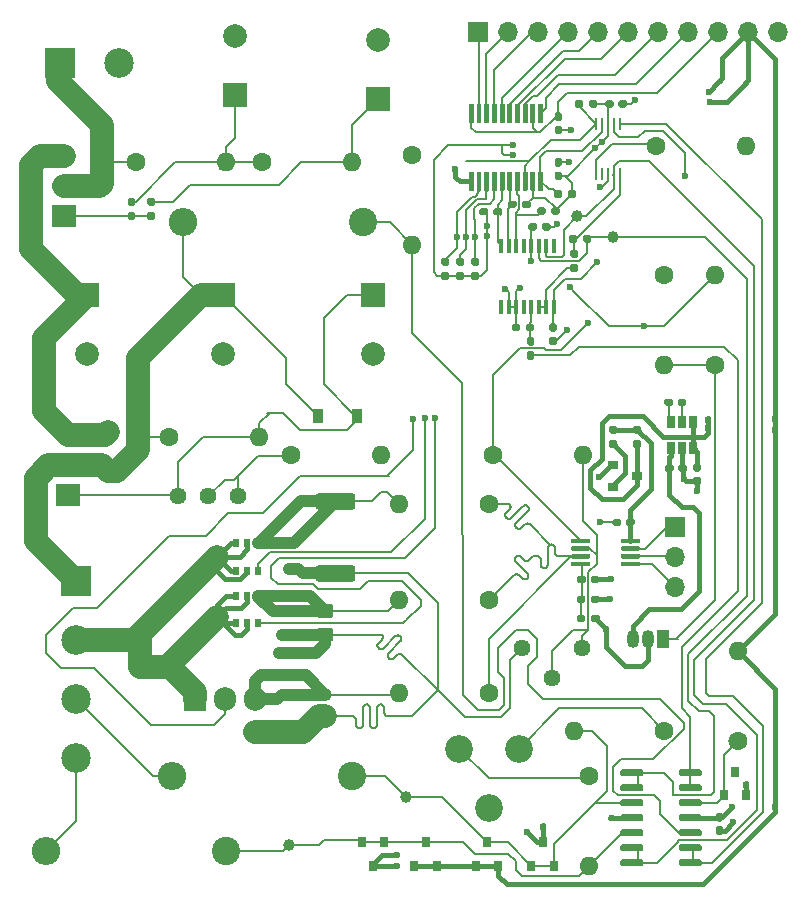
<source format=gtl>
G04 #@! TF.GenerationSoftware,KiCad,Pcbnew,(5.1.10)-1*
G04 #@! TF.CreationDate,2021-11-18T05:31:33+07:00*
G04 #@! TF.ProjectId,Georesistance PCB,47656f72-6573-4697-9374-616e63652050,1*
G04 #@! TF.SameCoordinates,Original*
G04 #@! TF.FileFunction,Copper,L1,Top*
G04 #@! TF.FilePolarity,Positive*
%FSLAX46Y46*%
G04 Gerber Fmt 4.6, Leading zero omitted, Abs format (unit mm)*
G04 Created by KiCad (PCBNEW (5.1.10)-1) date 2021-11-18 05:31:33*
%MOMM*%
%LPD*%
G01*
G04 APERTURE LIST*
G04 #@! TA.AperFunction,SMDPad,CuDef*
%ADD10R,0.900000X0.800000*%
G04 #@! TD*
G04 #@! TA.AperFunction,ComponentPad*
%ADD11C,2.000000*%
G04 #@! TD*
G04 #@! TA.AperFunction,ComponentPad*
%ADD12R,2.000000X2.000000*%
G04 #@! TD*
G04 #@! TA.AperFunction,ComponentPad*
%ADD13C,1.600000*%
G04 #@! TD*
G04 #@! TA.AperFunction,ComponentPad*
%ADD14O,1.600000X1.600000*%
G04 #@! TD*
G04 #@! TA.AperFunction,SMDPad,CuDef*
%ADD15R,0.900000X1.200000*%
G04 #@! TD*
G04 #@! TA.AperFunction,ComponentPad*
%ADD16O,2.000000X1.905000*%
G04 #@! TD*
G04 #@! TA.AperFunction,ComponentPad*
%ADD17R,2.000000X1.905000*%
G04 #@! TD*
G04 #@! TA.AperFunction,ComponentPad*
%ADD18O,1.700000X1.700000*%
G04 #@! TD*
G04 #@! TA.AperFunction,ComponentPad*
%ADD19R,1.700000X1.700000*%
G04 #@! TD*
G04 #@! TA.AperFunction,ComponentPad*
%ADD20C,1.440000*%
G04 #@! TD*
G04 #@! TA.AperFunction,ComponentPad*
%ADD21C,2.500000*%
G04 #@! TD*
G04 #@! TA.AperFunction,ComponentPad*
%ADD22R,2.500000X2.500000*%
G04 #@! TD*
G04 #@! TA.AperFunction,ComponentPad*
%ADD23C,1.000000*%
G04 #@! TD*
G04 #@! TA.AperFunction,ComponentPad*
%ADD24O,2.400000X2.400000*%
G04 #@! TD*
G04 #@! TA.AperFunction,ComponentPad*
%ADD25C,2.400000*%
G04 #@! TD*
G04 #@! TA.AperFunction,ComponentPad*
%ADD26C,2.340000*%
G04 #@! TD*
G04 #@! TA.AperFunction,SMDPad,CuDef*
%ADD27R,0.510000X0.700000*%
G04 #@! TD*
G04 #@! TA.AperFunction,ComponentPad*
%ADD28R,1.050000X1.500000*%
G04 #@! TD*
G04 #@! TA.AperFunction,ComponentPad*
%ADD29O,1.050000X1.500000*%
G04 #@! TD*
G04 #@! TA.AperFunction,SMDPad,CuDef*
%ADD30R,0.650000X1.060000*%
G04 #@! TD*
G04 #@! TA.AperFunction,SMDPad,CuDef*
%ADD31R,0.250000X1.100000*%
G04 #@! TD*
G04 #@! TA.AperFunction,SMDPad,CuDef*
%ADD32R,0.800000X0.900000*%
G04 #@! TD*
G04 #@! TA.AperFunction,SMDPad,CuDef*
%ADD33R,0.400000X1.200000*%
G04 #@! TD*
G04 #@! TA.AperFunction,ComponentPad*
%ADD34R,1.905000X2.000000*%
G04 #@! TD*
G04 #@! TA.AperFunction,ComponentPad*
%ADD35O,1.905000X2.000000*%
G04 #@! TD*
G04 #@! TA.AperFunction,SMDPad,CuDef*
%ADD36R,1.200000X0.900000*%
G04 #@! TD*
G04 #@! TA.AperFunction,ViaPad*
%ADD37C,0.600000*%
G04 #@! TD*
G04 #@! TA.AperFunction,ViaPad*
%ADD38C,0.900000*%
G04 #@! TD*
G04 #@! TA.AperFunction,Conductor*
%ADD39C,0.127000*%
G04 #@! TD*
G04 #@! TA.AperFunction,Conductor*
%ADD40C,0.400000*%
G04 #@! TD*
G04 #@! TA.AperFunction,Conductor*
%ADD41C,0.200000*%
G04 #@! TD*
G04 #@! TA.AperFunction,Conductor*
%ADD42C,1.000000*%
G04 #@! TD*
G04 #@! TA.AperFunction,Conductor*
%ADD43C,2.000000*%
G04 #@! TD*
G04 APERTURE END LIST*
G04 #@! TA.AperFunction,SMDPad,CuDef*
G36*
G01*
X74198000Y-67451000D02*
X74198000Y-67251000D01*
G75*
G02*
X74298000Y-67151000I100000J0D01*
G01*
X75723000Y-67151000D01*
G75*
G02*
X75823000Y-67251000I0J-100000D01*
G01*
X75823000Y-67451000D01*
G75*
G02*
X75723000Y-67551000I-100000J0D01*
G01*
X74298000Y-67551000D01*
G75*
G02*
X74198000Y-67451000I0J100000D01*
G01*
G37*
G04 #@! TD.AperFunction*
G04 #@! TA.AperFunction,SMDPad,CuDef*
G36*
G01*
X74198000Y-68101000D02*
X74198000Y-67901000D01*
G75*
G02*
X74298000Y-67801000I100000J0D01*
G01*
X75723000Y-67801000D01*
G75*
G02*
X75823000Y-67901000I0J-100000D01*
G01*
X75823000Y-68101000D01*
G75*
G02*
X75723000Y-68201000I-100000J0D01*
G01*
X74298000Y-68201000D01*
G75*
G02*
X74198000Y-68101000I0J100000D01*
G01*
G37*
G04 #@! TD.AperFunction*
G04 #@! TA.AperFunction,SMDPad,CuDef*
G36*
G01*
X74198000Y-68751000D02*
X74198000Y-68551000D01*
G75*
G02*
X74298000Y-68451000I100000J0D01*
G01*
X75723000Y-68451000D01*
G75*
G02*
X75823000Y-68551000I0J-100000D01*
G01*
X75823000Y-68751000D01*
G75*
G02*
X75723000Y-68851000I-100000J0D01*
G01*
X74298000Y-68851000D01*
G75*
G02*
X74198000Y-68751000I0J100000D01*
G01*
G37*
G04 #@! TD.AperFunction*
G04 #@! TA.AperFunction,SMDPad,CuDef*
G36*
G01*
X74198000Y-69401000D02*
X74198000Y-69201000D01*
G75*
G02*
X74298000Y-69101000I100000J0D01*
G01*
X75723000Y-69101000D01*
G75*
G02*
X75823000Y-69201000I0J-100000D01*
G01*
X75823000Y-69401000D01*
G75*
G02*
X75723000Y-69501000I-100000J0D01*
G01*
X74298000Y-69501000D01*
G75*
G02*
X74198000Y-69401000I0J100000D01*
G01*
G37*
G04 #@! TD.AperFunction*
G04 #@! TA.AperFunction,SMDPad,CuDef*
G36*
G01*
X69973000Y-69401000D02*
X69973000Y-69201000D01*
G75*
G02*
X70073000Y-69101000I100000J0D01*
G01*
X71498000Y-69101000D01*
G75*
G02*
X71598000Y-69201000I0J-100000D01*
G01*
X71598000Y-69401000D01*
G75*
G02*
X71498000Y-69501000I-100000J0D01*
G01*
X70073000Y-69501000D01*
G75*
G02*
X69973000Y-69401000I0J100000D01*
G01*
G37*
G04 #@! TD.AperFunction*
G04 #@! TA.AperFunction,SMDPad,CuDef*
G36*
G01*
X69973000Y-68751000D02*
X69973000Y-68551000D01*
G75*
G02*
X70073000Y-68451000I100000J0D01*
G01*
X71498000Y-68451000D01*
G75*
G02*
X71598000Y-68551000I0J-100000D01*
G01*
X71598000Y-68751000D01*
G75*
G02*
X71498000Y-68851000I-100000J0D01*
G01*
X70073000Y-68851000D01*
G75*
G02*
X69973000Y-68751000I0J100000D01*
G01*
G37*
G04 #@! TD.AperFunction*
G04 #@! TA.AperFunction,SMDPad,CuDef*
G36*
G01*
X69973000Y-68101000D02*
X69973000Y-67901000D01*
G75*
G02*
X70073000Y-67801000I100000J0D01*
G01*
X71498000Y-67801000D01*
G75*
G02*
X71598000Y-67901000I0J-100000D01*
G01*
X71598000Y-68101000D01*
G75*
G02*
X71498000Y-68201000I-100000J0D01*
G01*
X70073000Y-68201000D01*
G75*
G02*
X69973000Y-68101000I0J100000D01*
G01*
G37*
G04 #@! TD.AperFunction*
G04 #@! TA.AperFunction,SMDPad,CuDef*
G36*
G01*
X69973000Y-67451000D02*
X69973000Y-67251000D01*
G75*
G02*
X70073000Y-67151000I100000J0D01*
G01*
X71498000Y-67151000D01*
G75*
G02*
X71598000Y-67251000I0J-100000D01*
G01*
X71598000Y-67451000D01*
G75*
G02*
X71498000Y-67551000I-100000J0D01*
G01*
X70073000Y-67551000D01*
G75*
G02*
X69973000Y-67451000I0J100000D01*
G01*
G37*
G04 #@! TD.AperFunction*
D10*
X75549000Y-61849000D03*
X73549000Y-62799000D03*
X73549000Y-60899000D03*
D11*
X41529000Y-24591000D03*
D12*
X41529000Y-29591000D03*
D13*
X46228000Y-60071000D03*
D14*
X53848000Y-60071000D03*
X71501000Y-94869000D03*
D13*
X71501000Y-87249000D03*
D15*
X51878500Y-56769000D03*
X48578500Y-56769000D03*
D16*
X27368500Y-58356500D03*
X27368500Y-60896500D03*
D17*
X27368500Y-63436500D03*
D13*
X77851000Y-83439000D03*
D14*
X70231000Y-83439000D03*
X55372000Y-72390000D03*
D13*
X62992000Y-72390000D03*
D18*
X78740000Y-71247000D03*
X78740000Y-68707000D03*
D19*
X78740000Y-66167000D03*
D20*
X65786000Y-76454000D03*
X68326000Y-78994000D03*
X70866000Y-76454000D03*
D21*
X28067000Y-85739000D03*
X28067000Y-80739000D03*
X28067000Y-75739000D03*
D22*
X28067000Y-70739000D03*
G04 #@! TA.AperFunction,SMDPad,CuDef*
G36*
G01*
X81047000Y-94465000D02*
X81047000Y-94765000D01*
G75*
G02*
X80897000Y-94915000I-150000J0D01*
G01*
X79247000Y-94915000D01*
G75*
G02*
X79097000Y-94765000I0J150000D01*
G01*
X79097000Y-94465000D01*
G75*
G02*
X79247000Y-94315000I150000J0D01*
G01*
X80897000Y-94315000D01*
G75*
G02*
X81047000Y-94465000I0J-150000D01*
G01*
G37*
G04 #@! TD.AperFunction*
G04 #@! TA.AperFunction,SMDPad,CuDef*
G36*
G01*
X81047000Y-93195000D02*
X81047000Y-93495000D01*
G75*
G02*
X80897000Y-93645000I-150000J0D01*
G01*
X79247000Y-93645000D01*
G75*
G02*
X79097000Y-93495000I0J150000D01*
G01*
X79097000Y-93195000D01*
G75*
G02*
X79247000Y-93045000I150000J0D01*
G01*
X80897000Y-93045000D01*
G75*
G02*
X81047000Y-93195000I0J-150000D01*
G01*
G37*
G04 #@! TD.AperFunction*
G04 #@! TA.AperFunction,SMDPad,CuDef*
G36*
G01*
X81047000Y-91925000D02*
X81047000Y-92225000D01*
G75*
G02*
X80897000Y-92375000I-150000J0D01*
G01*
X79247000Y-92375000D01*
G75*
G02*
X79097000Y-92225000I0J150000D01*
G01*
X79097000Y-91925000D01*
G75*
G02*
X79247000Y-91775000I150000J0D01*
G01*
X80897000Y-91775000D01*
G75*
G02*
X81047000Y-91925000I0J-150000D01*
G01*
G37*
G04 #@! TD.AperFunction*
G04 #@! TA.AperFunction,SMDPad,CuDef*
G36*
G01*
X81047000Y-90655000D02*
X81047000Y-90955000D01*
G75*
G02*
X80897000Y-91105000I-150000J0D01*
G01*
X79247000Y-91105000D01*
G75*
G02*
X79097000Y-90955000I0J150000D01*
G01*
X79097000Y-90655000D01*
G75*
G02*
X79247000Y-90505000I150000J0D01*
G01*
X80897000Y-90505000D01*
G75*
G02*
X81047000Y-90655000I0J-150000D01*
G01*
G37*
G04 #@! TD.AperFunction*
G04 #@! TA.AperFunction,SMDPad,CuDef*
G36*
G01*
X81047000Y-89385000D02*
X81047000Y-89685000D01*
G75*
G02*
X80897000Y-89835000I-150000J0D01*
G01*
X79247000Y-89835000D01*
G75*
G02*
X79097000Y-89685000I0J150000D01*
G01*
X79097000Y-89385000D01*
G75*
G02*
X79247000Y-89235000I150000J0D01*
G01*
X80897000Y-89235000D01*
G75*
G02*
X81047000Y-89385000I0J-150000D01*
G01*
G37*
G04 #@! TD.AperFunction*
G04 #@! TA.AperFunction,SMDPad,CuDef*
G36*
G01*
X81047000Y-88115000D02*
X81047000Y-88415000D01*
G75*
G02*
X80897000Y-88565000I-150000J0D01*
G01*
X79247000Y-88565000D01*
G75*
G02*
X79097000Y-88415000I0J150000D01*
G01*
X79097000Y-88115000D01*
G75*
G02*
X79247000Y-87965000I150000J0D01*
G01*
X80897000Y-87965000D01*
G75*
G02*
X81047000Y-88115000I0J-150000D01*
G01*
G37*
G04 #@! TD.AperFunction*
G04 #@! TA.AperFunction,SMDPad,CuDef*
G36*
G01*
X81047000Y-86845000D02*
X81047000Y-87145000D01*
G75*
G02*
X80897000Y-87295000I-150000J0D01*
G01*
X79247000Y-87295000D01*
G75*
G02*
X79097000Y-87145000I0J150000D01*
G01*
X79097000Y-86845000D01*
G75*
G02*
X79247000Y-86695000I150000J0D01*
G01*
X80897000Y-86695000D01*
G75*
G02*
X81047000Y-86845000I0J-150000D01*
G01*
G37*
G04 #@! TD.AperFunction*
G04 #@! TA.AperFunction,SMDPad,CuDef*
G36*
G01*
X76097000Y-86845000D02*
X76097000Y-87145000D01*
G75*
G02*
X75947000Y-87295000I-150000J0D01*
G01*
X74297000Y-87295000D01*
G75*
G02*
X74147000Y-87145000I0J150000D01*
G01*
X74147000Y-86845000D01*
G75*
G02*
X74297000Y-86695000I150000J0D01*
G01*
X75947000Y-86695000D01*
G75*
G02*
X76097000Y-86845000I0J-150000D01*
G01*
G37*
G04 #@! TD.AperFunction*
G04 #@! TA.AperFunction,SMDPad,CuDef*
G36*
G01*
X76097000Y-88115000D02*
X76097000Y-88415000D01*
G75*
G02*
X75947000Y-88565000I-150000J0D01*
G01*
X74297000Y-88565000D01*
G75*
G02*
X74147000Y-88415000I0J150000D01*
G01*
X74147000Y-88115000D01*
G75*
G02*
X74297000Y-87965000I150000J0D01*
G01*
X75947000Y-87965000D01*
G75*
G02*
X76097000Y-88115000I0J-150000D01*
G01*
G37*
G04 #@! TD.AperFunction*
G04 #@! TA.AperFunction,SMDPad,CuDef*
G36*
G01*
X76097000Y-89385000D02*
X76097000Y-89685000D01*
G75*
G02*
X75947000Y-89835000I-150000J0D01*
G01*
X74297000Y-89835000D01*
G75*
G02*
X74147000Y-89685000I0J150000D01*
G01*
X74147000Y-89385000D01*
G75*
G02*
X74297000Y-89235000I150000J0D01*
G01*
X75947000Y-89235000D01*
G75*
G02*
X76097000Y-89385000I0J-150000D01*
G01*
G37*
G04 #@! TD.AperFunction*
G04 #@! TA.AperFunction,SMDPad,CuDef*
G36*
G01*
X76097000Y-90655000D02*
X76097000Y-90955000D01*
G75*
G02*
X75947000Y-91105000I-150000J0D01*
G01*
X74297000Y-91105000D01*
G75*
G02*
X74147000Y-90955000I0J150000D01*
G01*
X74147000Y-90655000D01*
G75*
G02*
X74297000Y-90505000I150000J0D01*
G01*
X75947000Y-90505000D01*
G75*
G02*
X76097000Y-90655000I0J-150000D01*
G01*
G37*
G04 #@! TD.AperFunction*
G04 #@! TA.AperFunction,SMDPad,CuDef*
G36*
G01*
X76097000Y-91925000D02*
X76097000Y-92225000D01*
G75*
G02*
X75947000Y-92375000I-150000J0D01*
G01*
X74297000Y-92375000D01*
G75*
G02*
X74147000Y-92225000I0J150000D01*
G01*
X74147000Y-91925000D01*
G75*
G02*
X74297000Y-91775000I150000J0D01*
G01*
X75947000Y-91775000D01*
G75*
G02*
X76097000Y-91925000I0J-150000D01*
G01*
G37*
G04 #@! TD.AperFunction*
G04 #@! TA.AperFunction,SMDPad,CuDef*
G36*
G01*
X76097000Y-93195000D02*
X76097000Y-93495000D01*
G75*
G02*
X75947000Y-93645000I-150000J0D01*
G01*
X74297000Y-93645000D01*
G75*
G02*
X74147000Y-93495000I0J150000D01*
G01*
X74147000Y-93195000D01*
G75*
G02*
X74297000Y-93045000I150000J0D01*
G01*
X75947000Y-93045000D01*
G75*
G02*
X76097000Y-93195000I0J-150000D01*
G01*
G37*
G04 #@! TD.AperFunction*
G04 #@! TA.AperFunction,SMDPad,CuDef*
G36*
G01*
X76097000Y-94465000D02*
X76097000Y-94765000D01*
G75*
G02*
X75947000Y-94915000I-150000J0D01*
G01*
X74297000Y-94915000D01*
G75*
G02*
X74147000Y-94765000I0J150000D01*
G01*
X74147000Y-94465000D01*
G75*
G02*
X74297000Y-94315000I150000J0D01*
G01*
X75947000Y-94315000D01*
G75*
G02*
X76097000Y-94465000I0J-150000D01*
G01*
G37*
G04 #@! TD.AperFunction*
D23*
X73533000Y-41656000D03*
X70485000Y-39878000D03*
X56007000Y-89027000D03*
X46101000Y-93091000D03*
D14*
X84074000Y-76708000D03*
D13*
X84074000Y-84328000D03*
G04 #@! TA.AperFunction,SMDPad,CuDef*
G36*
G01*
X66388000Y-50099000D02*
X66708000Y-50099000D01*
G75*
G02*
X66868000Y-50259000I0J-160000D01*
G01*
X66868000Y-50654000D01*
G75*
G02*
X66708000Y-50814000I-160000J0D01*
G01*
X66388000Y-50814000D01*
G75*
G02*
X66228000Y-50654000I0J160000D01*
G01*
X66228000Y-50259000D01*
G75*
G02*
X66388000Y-50099000I160000J0D01*
G01*
G37*
G04 #@! TD.AperFunction*
G04 #@! TA.AperFunction,SMDPad,CuDef*
G36*
G01*
X66388000Y-51294000D02*
X66708000Y-51294000D01*
G75*
G02*
X66868000Y-51454000I0J-160000D01*
G01*
X66868000Y-51849000D01*
G75*
G02*
X66708000Y-52009000I-160000J0D01*
G01*
X66388000Y-52009000D01*
G75*
G02*
X66228000Y-51849000I0J160000D01*
G01*
X66228000Y-51454000D01*
G75*
G02*
X66388000Y-51294000I160000J0D01*
G01*
G37*
G04 #@! TD.AperFunction*
G04 #@! TA.AperFunction,SMDPad,CuDef*
G36*
G01*
X65673000Y-49116000D02*
X65673000Y-49436000D01*
G75*
G02*
X65513000Y-49596000I-160000J0D01*
G01*
X65118000Y-49596000D01*
G75*
G02*
X64958000Y-49436000I0J160000D01*
G01*
X64958000Y-49116000D01*
G75*
G02*
X65118000Y-48956000I160000J0D01*
G01*
X65513000Y-48956000D01*
G75*
G02*
X65673000Y-49116000I0J-160000D01*
G01*
G37*
G04 #@! TD.AperFunction*
G04 #@! TA.AperFunction,SMDPad,CuDef*
G36*
G01*
X66868000Y-49116000D02*
X66868000Y-49436000D01*
G75*
G02*
X66708000Y-49596000I-160000J0D01*
G01*
X66313000Y-49596000D01*
G75*
G02*
X66153000Y-49436000I0J160000D01*
G01*
X66153000Y-49116000D01*
G75*
G02*
X66313000Y-48956000I160000J0D01*
G01*
X66708000Y-48956000D01*
G75*
G02*
X66868000Y-49116000I0J-160000D01*
G01*
G37*
G04 #@! TD.AperFunction*
G04 #@! TA.AperFunction,SMDPad,CuDef*
G36*
G01*
X70071000Y-43890500D02*
X70391000Y-43890500D01*
G75*
G02*
X70551000Y-44050500I0J-160000D01*
G01*
X70551000Y-44445500D01*
G75*
G02*
X70391000Y-44605500I-160000J0D01*
G01*
X70071000Y-44605500D01*
G75*
G02*
X69911000Y-44445500I0J160000D01*
G01*
X69911000Y-44050500D01*
G75*
G02*
X70071000Y-43890500I160000J0D01*
G01*
G37*
G04 #@! TD.AperFunction*
G04 #@! TA.AperFunction,SMDPad,CuDef*
G36*
G01*
X70071000Y-42695500D02*
X70391000Y-42695500D01*
G75*
G02*
X70551000Y-42855500I0J-160000D01*
G01*
X70551000Y-43250500D01*
G75*
G02*
X70391000Y-43410500I-160000J0D01*
G01*
X70071000Y-43410500D01*
G75*
G02*
X69911000Y-43250500I0J160000D01*
G01*
X69911000Y-42855500D01*
G75*
G02*
X70071000Y-42695500I160000J0D01*
G01*
G37*
G04 #@! TD.AperFunction*
G04 #@! TA.AperFunction,SMDPad,CuDef*
G36*
G01*
X48911500Y-79880000D02*
X49386500Y-79880000D01*
G75*
G02*
X49624000Y-80117500I0J-237500D01*
G01*
X49624000Y-80617500D01*
G75*
G02*
X49386500Y-80855000I-237500J0D01*
G01*
X48911500Y-80855000D01*
G75*
G02*
X48674000Y-80617500I0J237500D01*
G01*
X48674000Y-80117500D01*
G75*
G02*
X48911500Y-79880000I237500J0D01*
G01*
G37*
G04 #@! TD.AperFunction*
G04 #@! TA.AperFunction,SMDPad,CuDef*
G36*
G01*
X48911500Y-81705000D02*
X49386500Y-81705000D01*
G75*
G02*
X49624000Y-81942500I0J-237500D01*
G01*
X49624000Y-82442500D01*
G75*
G02*
X49386500Y-82680000I-237500J0D01*
G01*
X48911500Y-82680000D01*
G75*
G02*
X48674000Y-82442500I0J237500D01*
G01*
X48674000Y-81942500D01*
G75*
G02*
X48911500Y-81705000I237500J0D01*
G01*
G37*
G04 #@! TD.AperFunction*
G04 #@! TA.AperFunction,SMDPad,CuDef*
G36*
G01*
X48612999Y-69406000D02*
X51463001Y-69406000D01*
G75*
G02*
X51713000Y-69655999I0J-249999D01*
G01*
X51713000Y-70556001D01*
G75*
G02*
X51463001Y-70806000I-249999J0D01*
G01*
X48612999Y-70806000D01*
G75*
G02*
X48363000Y-70556001I0J249999D01*
G01*
X48363000Y-69655999D01*
G75*
G02*
X48612999Y-69406000I249999J0D01*
G01*
G37*
G04 #@! TD.AperFunction*
G04 #@! TA.AperFunction,SMDPad,CuDef*
G36*
G01*
X48612999Y-63306000D02*
X51463001Y-63306000D01*
G75*
G02*
X51713000Y-63555999I0J-249999D01*
G01*
X51713000Y-64456001D01*
G75*
G02*
X51463001Y-64706000I-249999J0D01*
G01*
X48612999Y-64706000D01*
G75*
G02*
X48363000Y-64456001I0J249999D01*
G01*
X48363000Y-63555999D01*
G75*
G02*
X48612999Y-63306000I249999J0D01*
G01*
G37*
G04 #@! TD.AperFunction*
G04 #@! TA.AperFunction,SMDPad,CuDef*
G36*
G01*
X48698999Y-74695000D02*
X49599001Y-74695000D01*
G75*
G02*
X49849000Y-74944999I0J-249999D01*
G01*
X49849000Y-75645001D01*
G75*
G02*
X49599001Y-75895000I-249999J0D01*
G01*
X48698999Y-75895000D01*
G75*
G02*
X48449000Y-75645001I0J249999D01*
G01*
X48449000Y-74944999D01*
G75*
G02*
X48698999Y-74695000I249999J0D01*
G01*
G37*
G04 #@! TD.AperFunction*
G04 #@! TA.AperFunction,SMDPad,CuDef*
G36*
G01*
X48698999Y-72695000D02*
X49599001Y-72695000D01*
G75*
G02*
X49849000Y-72944999I0J-249999D01*
G01*
X49849000Y-73645001D01*
G75*
G02*
X49599001Y-73895000I-249999J0D01*
G01*
X48698999Y-73895000D01*
G75*
G02*
X48449000Y-73645001I0J249999D01*
G01*
X48449000Y-72944999D01*
G75*
G02*
X48698999Y-72695000I249999J0D01*
G01*
G37*
G04 #@! TD.AperFunction*
X62992000Y-80264000D03*
D14*
X55372000Y-80264000D03*
X55372000Y-64262000D03*
D13*
X62992000Y-64262000D03*
G04 #@! TA.AperFunction,SMDPad,CuDef*
G36*
G01*
X73373000Y-58787000D02*
X73693000Y-58787000D01*
G75*
G02*
X73853000Y-58947000I0J-160000D01*
G01*
X73853000Y-59342000D01*
G75*
G02*
X73693000Y-59502000I-160000J0D01*
G01*
X73373000Y-59502000D01*
G75*
G02*
X73213000Y-59342000I0J160000D01*
G01*
X73213000Y-58947000D01*
G75*
G02*
X73373000Y-58787000I160000J0D01*
G01*
G37*
G04 #@! TD.AperFunction*
G04 #@! TA.AperFunction,SMDPad,CuDef*
G36*
G01*
X73373000Y-57592000D02*
X73693000Y-57592000D01*
G75*
G02*
X73853000Y-57752000I0J-160000D01*
G01*
X73853000Y-58147000D01*
G75*
G02*
X73693000Y-58307000I-160000J0D01*
G01*
X73373000Y-58307000D01*
G75*
G02*
X73213000Y-58147000I0J160000D01*
G01*
X73213000Y-57752000D01*
G75*
G02*
X73373000Y-57592000I160000J0D01*
G01*
G37*
G04 #@! TD.AperFunction*
D14*
X70993000Y-60071000D03*
D13*
X63373000Y-60071000D03*
G04 #@! TA.AperFunction,SMDPad,CuDef*
G36*
G01*
X59469000Y-44083000D02*
X59149000Y-44083000D01*
G75*
G02*
X58989000Y-43923000I0J160000D01*
G01*
X58989000Y-43528000D01*
G75*
G02*
X59149000Y-43368000I160000J0D01*
G01*
X59469000Y-43368000D01*
G75*
G02*
X59629000Y-43528000I0J-160000D01*
G01*
X59629000Y-43923000D01*
G75*
G02*
X59469000Y-44083000I-160000J0D01*
G01*
G37*
G04 #@! TD.AperFunction*
G04 #@! TA.AperFunction,SMDPad,CuDef*
G36*
G01*
X59469000Y-45278000D02*
X59149000Y-45278000D01*
G75*
G02*
X58989000Y-45118000I0J160000D01*
G01*
X58989000Y-44723000D01*
G75*
G02*
X59149000Y-44563000I160000J0D01*
G01*
X59469000Y-44563000D01*
G75*
G02*
X59629000Y-44723000I0J-160000D01*
G01*
X59629000Y-45118000D01*
G75*
G02*
X59469000Y-45278000I-160000J0D01*
G01*
G37*
G04 #@! TD.AperFunction*
G04 #@! TA.AperFunction,SMDPad,CuDef*
G36*
G01*
X62009000Y-44083000D02*
X61689000Y-44083000D01*
G75*
G02*
X61529000Y-43923000I0J160000D01*
G01*
X61529000Y-43528000D01*
G75*
G02*
X61689000Y-43368000I160000J0D01*
G01*
X62009000Y-43368000D01*
G75*
G02*
X62169000Y-43528000I0J-160000D01*
G01*
X62169000Y-43923000D01*
G75*
G02*
X62009000Y-44083000I-160000J0D01*
G01*
G37*
G04 #@! TD.AperFunction*
G04 #@! TA.AperFunction,SMDPad,CuDef*
G36*
G01*
X62009000Y-45278000D02*
X61689000Y-45278000D01*
G75*
G02*
X61529000Y-45118000I0J160000D01*
G01*
X61529000Y-44723000D01*
G75*
G02*
X61689000Y-44563000I160000J0D01*
G01*
X62009000Y-44563000D01*
G75*
G02*
X62169000Y-44723000I0J-160000D01*
G01*
X62169000Y-45118000D01*
G75*
G02*
X62009000Y-45278000I-160000J0D01*
G01*
G37*
G04 #@! TD.AperFunction*
D24*
X37084000Y-40386000D03*
D25*
X52324000Y-40386000D03*
G04 #@! TA.AperFunction,SMDPad,CuDef*
G36*
G01*
X63409800Y-39631600D02*
X63409800Y-39311600D01*
G75*
G02*
X63569800Y-39151600I160000J0D01*
G01*
X63964800Y-39151600D01*
G75*
G02*
X64124800Y-39311600I0J-160000D01*
G01*
X64124800Y-39631600D01*
G75*
G02*
X63964800Y-39791600I-160000J0D01*
G01*
X63569800Y-39791600D01*
G75*
G02*
X63409800Y-39631600I0J160000D01*
G01*
G37*
G04 #@! TD.AperFunction*
G04 #@! TA.AperFunction,SMDPad,CuDef*
G36*
G01*
X62214800Y-39631600D02*
X62214800Y-39311600D01*
G75*
G02*
X62374800Y-39151600I160000J0D01*
G01*
X62769800Y-39151600D01*
G75*
G02*
X62929800Y-39311600I0J-160000D01*
G01*
X62929800Y-39631600D01*
G75*
G02*
X62769800Y-39791600I-160000J0D01*
G01*
X62374800Y-39791600D01*
G75*
G02*
X62214800Y-39631600I0J160000D01*
G01*
G37*
G04 #@! TD.AperFunction*
D14*
X82169000Y-44831000D03*
D13*
X82169000Y-52451000D03*
D14*
X40767000Y-35306000D03*
D13*
X33147000Y-35306000D03*
G04 #@! TA.AperFunction,SMDPad,CuDef*
G36*
G01*
X32926000Y-39003000D02*
X32606000Y-39003000D01*
G75*
G02*
X32446000Y-38843000I0J160000D01*
G01*
X32446000Y-38448000D01*
G75*
G02*
X32606000Y-38288000I160000J0D01*
G01*
X32926000Y-38288000D01*
G75*
G02*
X33086000Y-38448000I0J-160000D01*
G01*
X33086000Y-38843000D01*
G75*
G02*
X32926000Y-39003000I-160000J0D01*
G01*
G37*
G04 #@! TD.AperFunction*
G04 #@! TA.AperFunction,SMDPad,CuDef*
G36*
G01*
X32926000Y-40198000D02*
X32606000Y-40198000D01*
G75*
G02*
X32446000Y-40038000I0J160000D01*
G01*
X32446000Y-39643000D01*
G75*
G02*
X32606000Y-39483000I160000J0D01*
G01*
X32926000Y-39483000D01*
G75*
G02*
X33086000Y-39643000I0J-160000D01*
G01*
X33086000Y-40038000D01*
G75*
G02*
X32926000Y-40198000I-160000J0D01*
G01*
G37*
G04 #@! TD.AperFunction*
X35941000Y-58547000D03*
D14*
X43561000Y-58547000D03*
G04 #@! TA.AperFunction,SMDPad,CuDef*
G36*
G01*
X34257000Y-39483000D02*
X34577000Y-39483000D01*
G75*
G02*
X34737000Y-39643000I0J-160000D01*
G01*
X34737000Y-40038000D01*
G75*
G02*
X34577000Y-40198000I-160000J0D01*
G01*
X34257000Y-40198000D01*
G75*
G02*
X34097000Y-40038000I0J160000D01*
G01*
X34097000Y-39643000D01*
G75*
G02*
X34257000Y-39483000I160000J0D01*
G01*
G37*
G04 #@! TD.AperFunction*
G04 #@! TA.AperFunction,SMDPad,CuDef*
G36*
G01*
X34257000Y-38288000D02*
X34577000Y-38288000D01*
G75*
G02*
X34737000Y-38448000I0J-160000D01*
G01*
X34737000Y-38843000D01*
G75*
G02*
X34577000Y-39003000I-160000J0D01*
G01*
X34257000Y-39003000D01*
G75*
G02*
X34097000Y-38843000I0J160000D01*
G01*
X34097000Y-38448000D01*
G75*
G02*
X34257000Y-38288000I160000J0D01*
G01*
G37*
G04 #@! TD.AperFunction*
D18*
X87503000Y-24257000D03*
X84963000Y-24257000D03*
X82423000Y-24257000D03*
X79883000Y-24257000D03*
X77343000Y-24257000D03*
X74803000Y-24257000D03*
X72263000Y-24257000D03*
X69723000Y-24257000D03*
X67183000Y-24257000D03*
X64643000Y-24257000D03*
D19*
X62103000Y-24257000D03*
G04 #@! TA.AperFunction,SMDPad,CuDef*
G36*
G01*
X75405000Y-58787000D02*
X75725000Y-58787000D01*
G75*
G02*
X75885000Y-58947000I0J-160000D01*
G01*
X75885000Y-59342000D01*
G75*
G02*
X75725000Y-59502000I-160000J0D01*
G01*
X75405000Y-59502000D01*
G75*
G02*
X75245000Y-59342000I0J160000D01*
G01*
X75245000Y-58947000D01*
G75*
G02*
X75405000Y-58787000I160000J0D01*
G01*
G37*
G04 #@! TD.AperFunction*
G04 #@! TA.AperFunction,SMDPad,CuDef*
G36*
G01*
X75405000Y-57592000D02*
X75725000Y-57592000D01*
G75*
G02*
X75885000Y-57752000I0J-160000D01*
G01*
X75885000Y-58147000D01*
G75*
G02*
X75725000Y-58307000I-160000J0D01*
G01*
X75405000Y-58307000D01*
G75*
G02*
X75245000Y-58147000I0J160000D01*
G01*
X75245000Y-57752000D01*
G75*
G02*
X75405000Y-57592000I160000J0D01*
G01*
G37*
G04 #@! TD.AperFunction*
G04 #@! TA.AperFunction,SMDPad,CuDef*
G36*
G01*
X69229000Y-37813000D02*
X69229000Y-38133000D01*
G75*
G02*
X69069000Y-38293000I-160000J0D01*
G01*
X68674000Y-38293000D01*
G75*
G02*
X68514000Y-38133000I0J160000D01*
G01*
X68514000Y-37813000D01*
G75*
G02*
X68674000Y-37653000I160000J0D01*
G01*
X69069000Y-37653000D01*
G75*
G02*
X69229000Y-37813000I0J-160000D01*
G01*
G37*
G04 #@! TD.AperFunction*
G04 #@! TA.AperFunction,SMDPad,CuDef*
G36*
G01*
X70424000Y-37813000D02*
X70424000Y-38133000D01*
G75*
G02*
X70264000Y-38293000I-160000J0D01*
G01*
X69869000Y-38293000D01*
G75*
G02*
X69709000Y-38133000I0J160000D01*
G01*
X69709000Y-37813000D01*
G75*
G02*
X69869000Y-37653000I160000J0D01*
G01*
X70264000Y-37653000D01*
G75*
G02*
X70424000Y-37813000I0J-160000D01*
G01*
G37*
G04 #@! TD.AperFunction*
D14*
X56515000Y-42291000D03*
D13*
X56515000Y-34671000D03*
D26*
X60532000Y-84963000D03*
X63032000Y-89963000D03*
X65532000Y-84963000D03*
D27*
X41595000Y-74312000D03*
X42545000Y-74312000D03*
X43495000Y-74312000D03*
X43495000Y-71992000D03*
X42545000Y-71992000D03*
X41595000Y-71992000D03*
X41595000Y-67547000D03*
X42545000Y-67547000D03*
X43495000Y-67547000D03*
X43495000Y-69867000D03*
X42545000Y-69867000D03*
X41595000Y-69867000D03*
D16*
X27051000Y-34798000D03*
X27051000Y-37338000D03*
D17*
X27051000Y-39878000D03*
D28*
X77724000Y-75692000D03*
D29*
X75184000Y-75692000D03*
X76454000Y-75692000D03*
D30*
X79375000Y-57320000D03*
X78425000Y-57320000D03*
X80325000Y-57320000D03*
X80325000Y-59520000D03*
X79375000Y-59520000D03*
X78425000Y-59520000D03*
D31*
X72101200Y-32013000D03*
X72601200Y-32013000D03*
X73101200Y-32013000D03*
X73601200Y-32013000D03*
X74101200Y-32013000D03*
X74101200Y-36313000D03*
X73601200Y-36313000D03*
X73101200Y-36313000D03*
X72601200Y-36313000D03*
X72101200Y-36313000D03*
G04 #@! TA.AperFunction,SMDPad,CuDef*
G36*
G01*
X67205700Y-36121000D02*
X67574700Y-36121000D01*
G75*
G02*
X67595200Y-36141500I0J-20500D01*
G01*
X67595200Y-37670500D01*
G75*
G02*
X67574700Y-37691000I-20500J0D01*
G01*
X67205700Y-37691000D01*
G75*
G02*
X67185200Y-37670500I0J20500D01*
G01*
X67185200Y-36141500D01*
G75*
G02*
X67205700Y-36121000I20500J0D01*
G01*
G37*
G04 #@! TD.AperFunction*
G04 #@! TA.AperFunction,SMDPad,CuDef*
G36*
G01*
X66555700Y-36121000D02*
X66924700Y-36121000D01*
G75*
G02*
X66945200Y-36141500I0J-20500D01*
G01*
X66945200Y-37670500D01*
G75*
G02*
X66924700Y-37691000I-20500J0D01*
G01*
X66555700Y-37691000D01*
G75*
G02*
X66535200Y-37670500I0J20500D01*
G01*
X66535200Y-36141500D01*
G75*
G02*
X66555700Y-36121000I20500J0D01*
G01*
G37*
G04 #@! TD.AperFunction*
G04 #@! TA.AperFunction,SMDPad,CuDef*
G36*
G01*
X65905700Y-36121000D02*
X66274700Y-36121000D01*
G75*
G02*
X66295200Y-36141500I0J-20500D01*
G01*
X66295200Y-37670500D01*
G75*
G02*
X66274700Y-37691000I-20500J0D01*
G01*
X65905700Y-37691000D01*
G75*
G02*
X65885200Y-37670500I0J20500D01*
G01*
X65885200Y-36141500D01*
G75*
G02*
X65905700Y-36121000I20500J0D01*
G01*
G37*
G04 #@! TD.AperFunction*
G04 #@! TA.AperFunction,SMDPad,CuDef*
G36*
G01*
X65255700Y-36121000D02*
X65624700Y-36121000D01*
G75*
G02*
X65645200Y-36141500I0J-20500D01*
G01*
X65645200Y-37670500D01*
G75*
G02*
X65624700Y-37691000I-20500J0D01*
G01*
X65255700Y-37691000D01*
G75*
G02*
X65235200Y-37670500I0J20500D01*
G01*
X65235200Y-36141500D01*
G75*
G02*
X65255700Y-36121000I20500J0D01*
G01*
G37*
G04 #@! TD.AperFunction*
G04 #@! TA.AperFunction,SMDPad,CuDef*
G36*
G01*
X64605700Y-36121000D02*
X64974700Y-36121000D01*
G75*
G02*
X64995200Y-36141500I0J-20500D01*
G01*
X64995200Y-37670500D01*
G75*
G02*
X64974700Y-37691000I-20500J0D01*
G01*
X64605700Y-37691000D01*
G75*
G02*
X64585200Y-37670500I0J20500D01*
G01*
X64585200Y-36141500D01*
G75*
G02*
X64605700Y-36121000I20500J0D01*
G01*
G37*
G04 #@! TD.AperFunction*
G04 #@! TA.AperFunction,SMDPad,CuDef*
G36*
G01*
X63955700Y-36121000D02*
X64324700Y-36121000D01*
G75*
G02*
X64345200Y-36141500I0J-20500D01*
G01*
X64345200Y-37670500D01*
G75*
G02*
X64324700Y-37691000I-20500J0D01*
G01*
X63955700Y-37691000D01*
G75*
G02*
X63935200Y-37670500I0J20500D01*
G01*
X63935200Y-36141500D01*
G75*
G02*
X63955700Y-36121000I20500J0D01*
G01*
G37*
G04 #@! TD.AperFunction*
G04 #@! TA.AperFunction,SMDPad,CuDef*
G36*
G01*
X63305700Y-36121000D02*
X63674700Y-36121000D01*
G75*
G02*
X63695200Y-36141500I0J-20500D01*
G01*
X63695200Y-37670500D01*
G75*
G02*
X63674700Y-37691000I-20500J0D01*
G01*
X63305700Y-37691000D01*
G75*
G02*
X63285200Y-37670500I0J20500D01*
G01*
X63285200Y-36141500D01*
G75*
G02*
X63305700Y-36121000I20500J0D01*
G01*
G37*
G04 #@! TD.AperFunction*
G04 #@! TA.AperFunction,SMDPad,CuDef*
G36*
G01*
X62655700Y-36121000D02*
X63024700Y-36121000D01*
G75*
G02*
X63045200Y-36141500I0J-20500D01*
G01*
X63045200Y-37670500D01*
G75*
G02*
X63024700Y-37691000I-20500J0D01*
G01*
X62655700Y-37691000D01*
G75*
G02*
X62635200Y-37670500I0J20500D01*
G01*
X62635200Y-36141500D01*
G75*
G02*
X62655700Y-36121000I20500J0D01*
G01*
G37*
G04 #@! TD.AperFunction*
G04 #@! TA.AperFunction,SMDPad,CuDef*
G36*
G01*
X62005700Y-36121000D02*
X62374700Y-36121000D01*
G75*
G02*
X62395200Y-36141500I0J-20500D01*
G01*
X62395200Y-37670500D01*
G75*
G02*
X62374700Y-37691000I-20500J0D01*
G01*
X62005700Y-37691000D01*
G75*
G02*
X61985200Y-37670500I0J20500D01*
G01*
X61985200Y-36141500D01*
G75*
G02*
X62005700Y-36121000I20500J0D01*
G01*
G37*
G04 #@! TD.AperFunction*
G04 #@! TA.AperFunction,SMDPad,CuDef*
G36*
G01*
X61355700Y-36121000D02*
X61724700Y-36121000D01*
G75*
G02*
X61745200Y-36141500I0J-20500D01*
G01*
X61745200Y-37670500D01*
G75*
G02*
X61724700Y-37691000I-20500J0D01*
G01*
X61355700Y-37691000D01*
G75*
G02*
X61335200Y-37670500I0J20500D01*
G01*
X61335200Y-36141500D01*
G75*
G02*
X61355700Y-36121000I20500J0D01*
G01*
G37*
G04 #@! TD.AperFunction*
G04 #@! TA.AperFunction,SMDPad,CuDef*
G36*
G01*
X61355700Y-30381000D02*
X61724700Y-30381000D01*
G75*
G02*
X61745200Y-30401500I0J-20500D01*
G01*
X61745200Y-31930500D01*
G75*
G02*
X61724700Y-31951000I-20500J0D01*
G01*
X61355700Y-31951000D01*
G75*
G02*
X61335200Y-31930500I0J20500D01*
G01*
X61335200Y-30401500D01*
G75*
G02*
X61355700Y-30381000I20500J0D01*
G01*
G37*
G04 #@! TD.AperFunction*
G04 #@! TA.AperFunction,SMDPad,CuDef*
G36*
G01*
X62005700Y-30381000D02*
X62374700Y-30381000D01*
G75*
G02*
X62395200Y-30401500I0J-20500D01*
G01*
X62395200Y-31930500D01*
G75*
G02*
X62374700Y-31951000I-20500J0D01*
G01*
X62005700Y-31951000D01*
G75*
G02*
X61985200Y-31930500I0J20500D01*
G01*
X61985200Y-30401500D01*
G75*
G02*
X62005700Y-30381000I20500J0D01*
G01*
G37*
G04 #@! TD.AperFunction*
G04 #@! TA.AperFunction,SMDPad,CuDef*
G36*
G01*
X62655700Y-30381000D02*
X63024700Y-30381000D01*
G75*
G02*
X63045200Y-30401500I0J-20500D01*
G01*
X63045200Y-31930500D01*
G75*
G02*
X63024700Y-31951000I-20500J0D01*
G01*
X62655700Y-31951000D01*
G75*
G02*
X62635200Y-31930500I0J20500D01*
G01*
X62635200Y-30401500D01*
G75*
G02*
X62655700Y-30381000I20500J0D01*
G01*
G37*
G04 #@! TD.AperFunction*
G04 #@! TA.AperFunction,SMDPad,CuDef*
G36*
G01*
X63305700Y-30381000D02*
X63674700Y-30381000D01*
G75*
G02*
X63695200Y-30401500I0J-20500D01*
G01*
X63695200Y-31930500D01*
G75*
G02*
X63674700Y-31951000I-20500J0D01*
G01*
X63305700Y-31951000D01*
G75*
G02*
X63285200Y-31930500I0J20500D01*
G01*
X63285200Y-30401500D01*
G75*
G02*
X63305700Y-30381000I20500J0D01*
G01*
G37*
G04 #@! TD.AperFunction*
G04 #@! TA.AperFunction,SMDPad,CuDef*
G36*
G01*
X63955700Y-30381000D02*
X64324700Y-30381000D01*
G75*
G02*
X64345200Y-30401500I0J-20500D01*
G01*
X64345200Y-31930500D01*
G75*
G02*
X64324700Y-31951000I-20500J0D01*
G01*
X63955700Y-31951000D01*
G75*
G02*
X63935200Y-31930500I0J20500D01*
G01*
X63935200Y-30401500D01*
G75*
G02*
X63955700Y-30381000I20500J0D01*
G01*
G37*
G04 #@! TD.AperFunction*
G04 #@! TA.AperFunction,SMDPad,CuDef*
G36*
G01*
X64605700Y-30381000D02*
X64974700Y-30381000D01*
G75*
G02*
X64995200Y-30401500I0J-20500D01*
G01*
X64995200Y-31930500D01*
G75*
G02*
X64974700Y-31951000I-20500J0D01*
G01*
X64605700Y-31951000D01*
G75*
G02*
X64585200Y-31930500I0J20500D01*
G01*
X64585200Y-30401500D01*
G75*
G02*
X64605700Y-30381000I20500J0D01*
G01*
G37*
G04 #@! TD.AperFunction*
G04 #@! TA.AperFunction,SMDPad,CuDef*
G36*
G01*
X65255700Y-30381000D02*
X65624700Y-30381000D01*
G75*
G02*
X65645200Y-30401500I0J-20500D01*
G01*
X65645200Y-31930500D01*
G75*
G02*
X65624700Y-31951000I-20500J0D01*
G01*
X65255700Y-31951000D01*
G75*
G02*
X65235200Y-31930500I0J20500D01*
G01*
X65235200Y-30401500D01*
G75*
G02*
X65255700Y-30381000I20500J0D01*
G01*
G37*
G04 #@! TD.AperFunction*
G04 #@! TA.AperFunction,SMDPad,CuDef*
G36*
G01*
X65905700Y-30381000D02*
X66274700Y-30381000D01*
G75*
G02*
X66295200Y-30401500I0J-20500D01*
G01*
X66295200Y-31930500D01*
G75*
G02*
X66274700Y-31951000I-20500J0D01*
G01*
X65905700Y-31951000D01*
G75*
G02*
X65885200Y-31930500I0J20500D01*
G01*
X65885200Y-30401500D01*
G75*
G02*
X65905700Y-30381000I20500J0D01*
G01*
G37*
G04 #@! TD.AperFunction*
G04 #@! TA.AperFunction,SMDPad,CuDef*
G36*
G01*
X66555700Y-30381000D02*
X66924700Y-30381000D01*
G75*
G02*
X66945200Y-30401500I0J-20500D01*
G01*
X66945200Y-31930500D01*
G75*
G02*
X66924700Y-31951000I-20500J0D01*
G01*
X66555700Y-31951000D01*
G75*
G02*
X66535200Y-31930500I0J20500D01*
G01*
X66535200Y-30401500D01*
G75*
G02*
X66555700Y-30381000I20500J0D01*
G01*
G37*
G04 #@! TD.AperFunction*
G04 #@! TA.AperFunction,SMDPad,CuDef*
G36*
G01*
X67205700Y-30381000D02*
X67574700Y-30381000D01*
G75*
G02*
X67595200Y-30401500I0J-20500D01*
G01*
X67595200Y-31930500D01*
G75*
G02*
X67574700Y-31951000I-20500J0D01*
G01*
X67205700Y-31951000D01*
G75*
G02*
X67185200Y-31930500I0J20500D01*
G01*
X67185200Y-30401500D01*
G75*
G02*
X67205700Y-30381000I20500J0D01*
G01*
G37*
G04 #@! TD.AperFunction*
D32*
X82931000Y-88900000D03*
X84831000Y-88900000D03*
X83881000Y-86900000D03*
D33*
X68516500Y-47558000D03*
X67881500Y-47558000D03*
X67246500Y-47558000D03*
X66611500Y-47558000D03*
X65976500Y-47558000D03*
X65341500Y-47558000D03*
X64706500Y-47558000D03*
X64071500Y-47558000D03*
X64071500Y-42358000D03*
X64706500Y-42358000D03*
X65341500Y-42358000D03*
X65976500Y-42358000D03*
X66611500Y-42358000D03*
X67246500Y-42358000D03*
X67881500Y-42358000D03*
X68516500Y-42358000D03*
D20*
X36703000Y-63563500D03*
X39243000Y-63563500D03*
X41783000Y-63563500D03*
D14*
X51435000Y-35306000D03*
D13*
X43815000Y-35306000D03*
D14*
X77851000Y-52451000D03*
D13*
X77851000Y-44831000D03*
D14*
X84759800Y-33947100D03*
D13*
X77139800Y-33947100D03*
G04 #@! TA.AperFunction,SMDPad,CuDef*
G36*
G01*
X60739000Y-44083000D02*
X60419000Y-44083000D01*
G75*
G02*
X60259000Y-43923000I0J160000D01*
G01*
X60259000Y-43528000D01*
G75*
G02*
X60419000Y-43368000I160000J0D01*
G01*
X60739000Y-43368000D01*
G75*
G02*
X60899000Y-43528000I0J-160000D01*
G01*
X60899000Y-43923000D01*
G75*
G02*
X60739000Y-44083000I-160000J0D01*
G01*
G37*
G04 #@! TD.AperFunction*
G04 #@! TA.AperFunction,SMDPad,CuDef*
G36*
G01*
X60739000Y-45278000D02*
X60419000Y-45278000D01*
G75*
G02*
X60259000Y-45118000I0J160000D01*
G01*
X60259000Y-44723000D01*
G75*
G02*
X60419000Y-44563000I160000J0D01*
G01*
X60739000Y-44563000D01*
G75*
G02*
X60899000Y-44723000I0J-160000D01*
G01*
X60899000Y-45118000D01*
G75*
G02*
X60739000Y-45278000I-160000J0D01*
G01*
G37*
G04 #@! TD.AperFunction*
G04 #@! TA.AperFunction,SMDPad,CuDef*
G36*
G01*
X65368200Y-38702000D02*
X65368200Y-39022000D01*
G75*
G02*
X65208200Y-39182000I-160000J0D01*
G01*
X64813200Y-39182000D01*
G75*
G02*
X64653200Y-39022000I0J160000D01*
G01*
X64653200Y-38702000D01*
G75*
G02*
X64813200Y-38542000I160000J0D01*
G01*
X65208200Y-38542000D01*
G75*
G02*
X65368200Y-38702000I0J-160000D01*
G01*
G37*
G04 #@! TD.AperFunction*
G04 #@! TA.AperFunction,SMDPad,CuDef*
G36*
G01*
X66563200Y-38702000D02*
X66563200Y-39022000D01*
G75*
G02*
X66403200Y-39182000I-160000J0D01*
G01*
X66008200Y-39182000D01*
G75*
G02*
X65848200Y-39022000I0J160000D01*
G01*
X65848200Y-38702000D01*
G75*
G02*
X66008200Y-38542000I160000J0D01*
G01*
X66403200Y-38542000D01*
G75*
G02*
X66563200Y-38702000I0J-160000D01*
G01*
G37*
G04 #@! TD.AperFunction*
G04 #@! TA.AperFunction,SMDPad,CuDef*
G36*
G01*
X67832000Y-39273500D02*
X67832000Y-39593500D01*
G75*
G02*
X67672000Y-39753500I-160000J0D01*
G01*
X67277000Y-39753500D01*
G75*
G02*
X67117000Y-39593500I0J160000D01*
G01*
X67117000Y-39273500D01*
G75*
G02*
X67277000Y-39113500I160000J0D01*
G01*
X67672000Y-39113500D01*
G75*
G02*
X67832000Y-39273500I0J-160000D01*
G01*
G37*
G04 #@! TD.AperFunction*
G04 #@! TA.AperFunction,SMDPad,CuDef*
G36*
G01*
X69027000Y-39273500D02*
X69027000Y-39593500D01*
G75*
G02*
X68867000Y-39753500I-160000J0D01*
G01*
X68472000Y-39753500D01*
G75*
G02*
X68312000Y-39593500I0J160000D01*
G01*
X68312000Y-39273500D01*
G75*
G02*
X68472000Y-39113500I160000J0D01*
G01*
X68867000Y-39113500D01*
G75*
G02*
X69027000Y-39273500I0J-160000D01*
G01*
G37*
G04 #@! TD.AperFunction*
G04 #@! TA.AperFunction,SMDPad,CuDef*
G36*
G01*
X71007000Y-30193000D02*
X71007000Y-30513000D01*
G75*
G02*
X70847000Y-30673000I-160000J0D01*
G01*
X70452000Y-30673000D01*
G75*
G02*
X70292000Y-30513000I0J160000D01*
G01*
X70292000Y-30193000D01*
G75*
G02*
X70452000Y-30033000I160000J0D01*
G01*
X70847000Y-30033000D01*
G75*
G02*
X71007000Y-30193000I0J-160000D01*
G01*
G37*
G04 #@! TD.AperFunction*
G04 #@! TA.AperFunction,SMDPad,CuDef*
G36*
G01*
X72202000Y-30193000D02*
X72202000Y-30513000D01*
G75*
G02*
X72042000Y-30673000I-160000J0D01*
G01*
X71647000Y-30673000D01*
G75*
G02*
X71487000Y-30513000I0J160000D01*
G01*
X71487000Y-30193000D01*
G75*
G02*
X71647000Y-30033000I160000J0D01*
G01*
X72042000Y-30033000D01*
G75*
G02*
X72202000Y-30193000I0J-160000D01*
G01*
G37*
G04 #@! TD.AperFunction*
G04 #@! TA.AperFunction,SMDPad,CuDef*
G36*
G01*
X71677500Y-72458560D02*
X71677500Y-72138560D01*
G75*
G02*
X71837500Y-71978560I160000J0D01*
G01*
X72232500Y-71978560D01*
G75*
G02*
X72392500Y-72138560I0J-160000D01*
G01*
X72392500Y-72458560D01*
G75*
G02*
X72232500Y-72618560I-160000J0D01*
G01*
X71837500Y-72618560D01*
G75*
G02*
X71677500Y-72458560I0J160000D01*
G01*
G37*
G04 #@! TD.AperFunction*
G04 #@! TA.AperFunction,SMDPad,CuDef*
G36*
G01*
X70482500Y-72458560D02*
X70482500Y-72138560D01*
G75*
G02*
X70642500Y-71978560I160000J0D01*
G01*
X71037500Y-71978560D01*
G75*
G02*
X71197500Y-72138560I0J-160000D01*
G01*
X71197500Y-72458560D01*
G75*
G02*
X71037500Y-72618560I-160000J0D01*
G01*
X70642500Y-72618560D01*
G75*
G02*
X70482500Y-72458560I0J160000D01*
G01*
G37*
G04 #@! TD.AperFunction*
G04 #@! TA.AperFunction,SMDPad,CuDef*
G36*
G01*
X71674960Y-74074000D02*
X71674960Y-73754000D01*
G75*
G02*
X71834960Y-73594000I160000J0D01*
G01*
X72229960Y-73594000D01*
G75*
G02*
X72389960Y-73754000I0J-160000D01*
G01*
X72389960Y-74074000D01*
G75*
G02*
X72229960Y-74234000I-160000J0D01*
G01*
X71834960Y-74234000D01*
G75*
G02*
X71674960Y-74074000I0J160000D01*
G01*
G37*
G04 #@! TD.AperFunction*
G04 #@! TA.AperFunction,SMDPad,CuDef*
G36*
G01*
X70479960Y-74074000D02*
X70479960Y-73754000D01*
G75*
G02*
X70639960Y-73594000I160000J0D01*
G01*
X71034960Y-73594000D01*
G75*
G02*
X71194960Y-73754000I0J-160000D01*
G01*
X71194960Y-74074000D01*
G75*
G02*
X71034960Y-74234000I-160000J0D01*
G01*
X70639960Y-74234000D01*
G75*
G02*
X70479960Y-74074000I0J160000D01*
G01*
G37*
G04 #@! TD.AperFunction*
G04 #@! TA.AperFunction,SMDPad,CuDef*
G36*
G01*
X70979000Y-41943000D02*
X70979000Y-41623000D01*
G75*
G02*
X71139000Y-41463000I160000J0D01*
G01*
X71534000Y-41463000D01*
G75*
G02*
X71694000Y-41623000I0J-160000D01*
G01*
X71694000Y-41943000D01*
G75*
G02*
X71534000Y-42103000I-160000J0D01*
G01*
X71139000Y-42103000D01*
G75*
G02*
X70979000Y-41943000I0J160000D01*
G01*
G37*
G04 #@! TD.AperFunction*
G04 #@! TA.AperFunction,SMDPad,CuDef*
G36*
G01*
X69784000Y-41943000D02*
X69784000Y-41623000D01*
G75*
G02*
X69944000Y-41463000I160000J0D01*
G01*
X70339000Y-41463000D01*
G75*
G02*
X70499000Y-41623000I0J-160000D01*
G01*
X70499000Y-41943000D01*
G75*
G02*
X70339000Y-42103000I-160000J0D01*
G01*
X69944000Y-42103000D01*
G75*
G02*
X69784000Y-41943000I0J160000D01*
G01*
G37*
G04 #@! TD.AperFunction*
D24*
X25527000Y-93599000D03*
D25*
X40767000Y-93599000D03*
D24*
X36195000Y-87249000D03*
D25*
X51435000Y-87249000D03*
D34*
X38100000Y-80772000D03*
D35*
X40640000Y-80772000D03*
X43180000Y-80772000D03*
D32*
X67564000Y-92853000D03*
X68514000Y-94853000D03*
X66614000Y-94853000D03*
X62865000Y-92853000D03*
X63815000Y-94853000D03*
X61915000Y-94853000D03*
X53213000Y-94853000D03*
X52263000Y-92853000D03*
X54163000Y-92853000D03*
X57658000Y-92853000D03*
X58608000Y-94853000D03*
X56708000Y-94853000D03*
D22*
X26670000Y-26924000D03*
D21*
X31670000Y-26924000D03*
D36*
X30734000Y-61403500D03*
X30734000Y-58103500D03*
D11*
X40513000Y-51545500D03*
D12*
X40513000Y-46545500D03*
D11*
X53213000Y-51545500D03*
D12*
X53213000Y-46545500D03*
D11*
X28956000Y-51545500D03*
D12*
X28956000Y-46545500D03*
X53594000Y-29972000D03*
D11*
X53594000Y-24972000D03*
G04 #@! TA.AperFunction,SMDPad,CuDef*
G36*
G01*
X78667000Y-61059000D02*
X78667000Y-61369000D01*
G75*
G02*
X78512000Y-61524000I-155000J0D01*
G01*
X78087000Y-61524000D01*
G75*
G02*
X77932000Y-61369000I0J155000D01*
G01*
X77932000Y-61059000D01*
G75*
G02*
X78087000Y-60904000I155000J0D01*
G01*
X78512000Y-60904000D01*
G75*
G02*
X78667000Y-61059000I0J-155000D01*
G01*
G37*
G04 #@! TD.AperFunction*
G04 #@! TA.AperFunction,SMDPad,CuDef*
G36*
G01*
X79802000Y-61059000D02*
X79802000Y-61369000D01*
G75*
G02*
X79647000Y-61524000I-155000J0D01*
G01*
X79222000Y-61524000D01*
G75*
G02*
X79067000Y-61369000I0J155000D01*
G01*
X79067000Y-61059000D01*
G75*
G02*
X79222000Y-60904000I155000J0D01*
G01*
X79647000Y-60904000D01*
G75*
G02*
X79802000Y-61059000I0J-155000D01*
G01*
G37*
G04 #@! TD.AperFunction*
G04 #@! TA.AperFunction,SMDPad,CuDef*
G36*
G01*
X80800000Y-61522000D02*
X80490000Y-61522000D01*
G75*
G02*
X80335000Y-61367000I0J155000D01*
G01*
X80335000Y-60942000D01*
G75*
G02*
X80490000Y-60787000I155000J0D01*
G01*
X80800000Y-60787000D01*
G75*
G02*
X80955000Y-60942000I0J-155000D01*
G01*
X80955000Y-61367000D01*
G75*
G02*
X80800000Y-61522000I-155000J0D01*
G01*
G37*
G04 #@! TD.AperFunction*
G04 #@! TA.AperFunction,SMDPad,CuDef*
G36*
G01*
X80800000Y-62657000D02*
X80490000Y-62657000D01*
G75*
G02*
X80335000Y-62502000I0J155000D01*
G01*
X80335000Y-62077000D01*
G75*
G02*
X80490000Y-61922000I155000J0D01*
G01*
X80800000Y-61922000D01*
G75*
G02*
X80955000Y-62077000I0J-155000D01*
G01*
X80955000Y-62502000D01*
G75*
G02*
X80800000Y-62657000I-155000J0D01*
G01*
G37*
G04 #@! TD.AperFunction*
G04 #@! TA.AperFunction,SMDPad,CuDef*
G36*
G01*
X78607500Y-55471000D02*
X78607500Y-55781000D01*
G75*
G02*
X78452500Y-55936000I-155000J0D01*
G01*
X78027500Y-55936000D01*
G75*
G02*
X77872500Y-55781000I0J155000D01*
G01*
X77872500Y-55471000D01*
G75*
G02*
X78027500Y-55316000I155000J0D01*
G01*
X78452500Y-55316000D01*
G75*
G02*
X78607500Y-55471000I0J-155000D01*
G01*
G37*
G04 #@! TD.AperFunction*
G04 #@! TA.AperFunction,SMDPad,CuDef*
G36*
G01*
X79742500Y-55471000D02*
X79742500Y-55781000D01*
G75*
G02*
X79587500Y-55936000I-155000J0D01*
G01*
X79162500Y-55936000D01*
G75*
G02*
X79007500Y-55781000I0J155000D01*
G01*
X79007500Y-55471000D01*
G75*
G02*
X79162500Y-55316000I155000J0D01*
G01*
X79587500Y-55316000D01*
G75*
G02*
X79742500Y-55471000I0J-155000D01*
G01*
G37*
G04 #@! TD.AperFunction*
G04 #@! TA.AperFunction,SMDPad,CuDef*
G36*
G01*
X73587000Y-30198000D02*
X73587000Y-30508000D01*
G75*
G02*
X73432000Y-30663000I-155000J0D01*
G01*
X73007000Y-30663000D01*
G75*
G02*
X72852000Y-30508000I0J155000D01*
G01*
X72852000Y-30198000D01*
G75*
G02*
X73007000Y-30043000I155000J0D01*
G01*
X73432000Y-30043000D01*
G75*
G02*
X73587000Y-30198000I0J-155000D01*
G01*
G37*
G04 #@! TD.AperFunction*
G04 #@! TA.AperFunction,SMDPad,CuDef*
G36*
G01*
X74722000Y-30198000D02*
X74722000Y-30508000D01*
G75*
G02*
X74567000Y-30663000I-155000J0D01*
G01*
X74142000Y-30663000D01*
G75*
G02*
X73987000Y-30508000I0J155000D01*
G01*
X73987000Y-30198000D01*
G75*
G02*
X74142000Y-30043000I155000J0D01*
G01*
X74567000Y-30043000D01*
G75*
G02*
X74722000Y-30198000I0J-155000D01*
G01*
G37*
G04 #@! TD.AperFunction*
G04 #@! TA.AperFunction,SMDPad,CuDef*
G36*
G01*
X68742500Y-36077500D02*
X69052500Y-36077500D01*
G75*
G02*
X69207500Y-36232500I0J-155000D01*
G01*
X69207500Y-36657500D01*
G75*
G02*
X69052500Y-36812500I-155000J0D01*
G01*
X68742500Y-36812500D01*
G75*
G02*
X68587500Y-36657500I0J155000D01*
G01*
X68587500Y-36232500D01*
G75*
G02*
X68742500Y-36077500I155000J0D01*
G01*
G37*
G04 #@! TD.AperFunction*
G04 #@! TA.AperFunction,SMDPad,CuDef*
G36*
G01*
X68742500Y-34942500D02*
X69052500Y-34942500D01*
G75*
G02*
X69207500Y-35097500I0J-155000D01*
G01*
X69207500Y-35522500D01*
G75*
G02*
X69052500Y-35677500I-155000J0D01*
G01*
X68742500Y-35677500D01*
G75*
G02*
X68587500Y-35522500I0J155000D01*
G01*
X68587500Y-35097500D01*
G75*
G02*
X68742500Y-34942500I155000J0D01*
G01*
G37*
G04 #@! TD.AperFunction*
G04 #@! TA.AperFunction,SMDPad,CuDef*
G36*
G01*
X69065200Y-31804000D02*
X68755200Y-31804000D01*
G75*
G02*
X68600200Y-31649000I0J155000D01*
G01*
X68600200Y-31224000D01*
G75*
G02*
X68755200Y-31069000I155000J0D01*
G01*
X69065200Y-31069000D01*
G75*
G02*
X69220200Y-31224000I0J-155000D01*
G01*
X69220200Y-31649000D01*
G75*
G02*
X69065200Y-31804000I-155000J0D01*
G01*
G37*
G04 #@! TD.AperFunction*
G04 #@! TA.AperFunction,SMDPad,CuDef*
G36*
G01*
X69065200Y-32939000D02*
X68755200Y-32939000D01*
G75*
G02*
X68600200Y-32784000I0J155000D01*
G01*
X68600200Y-32359000D01*
G75*
G02*
X68755200Y-32204000I155000J0D01*
G01*
X69065200Y-32204000D01*
G75*
G02*
X69220200Y-32359000I0J-155000D01*
G01*
X69220200Y-32784000D01*
G75*
G02*
X69065200Y-32939000I-155000J0D01*
G01*
G37*
G04 #@! TD.AperFunction*
G04 #@! TA.AperFunction,SMDPad,CuDef*
G36*
G01*
X74622000Y-65941000D02*
X74622000Y-65631000D01*
G75*
G02*
X74777000Y-65476000I155000J0D01*
G01*
X75202000Y-65476000D01*
G75*
G02*
X75357000Y-65631000I0J-155000D01*
G01*
X75357000Y-65941000D01*
G75*
G02*
X75202000Y-66096000I-155000J0D01*
G01*
X74777000Y-66096000D01*
G75*
G02*
X74622000Y-65941000I0J155000D01*
G01*
G37*
G04 #@! TD.AperFunction*
G04 #@! TA.AperFunction,SMDPad,CuDef*
G36*
G01*
X73487000Y-65941000D02*
X73487000Y-65631000D01*
G75*
G02*
X73642000Y-65476000I155000J0D01*
G01*
X74067000Y-65476000D01*
G75*
G02*
X74222000Y-65631000I0J-155000D01*
G01*
X74222000Y-65941000D01*
G75*
G02*
X74067000Y-66096000I-155000J0D01*
G01*
X73642000Y-66096000D01*
G75*
G02*
X73487000Y-65941000I0J155000D01*
G01*
G37*
G04 #@! TD.AperFunction*
G04 #@! TA.AperFunction,SMDPad,CuDef*
G36*
G01*
X72368500Y-70457000D02*
X72368500Y-70767000D01*
G75*
G02*
X72213500Y-70922000I-155000J0D01*
G01*
X71788500Y-70922000D01*
G75*
G02*
X71633500Y-70767000I0J155000D01*
G01*
X71633500Y-70457000D01*
G75*
G02*
X71788500Y-70302000I155000J0D01*
G01*
X72213500Y-70302000D01*
G75*
G02*
X72368500Y-70457000I0J-155000D01*
G01*
G37*
G04 #@! TD.AperFunction*
G04 #@! TA.AperFunction,SMDPad,CuDef*
G36*
G01*
X71233500Y-70457000D02*
X71233500Y-70767000D01*
G75*
G02*
X71078500Y-70922000I-155000J0D01*
G01*
X70653500Y-70922000D01*
G75*
G02*
X70498500Y-70767000I0J155000D01*
G01*
X70498500Y-70457000D01*
G75*
G02*
X70653500Y-70302000I155000J0D01*
G01*
X71078500Y-70302000D01*
G75*
G02*
X71233500Y-70457000I0J-155000D01*
G01*
G37*
G04 #@! TD.AperFunction*
G04 #@! TA.AperFunction,SMDPad,CuDef*
G36*
G01*
X68608000Y-49651500D02*
X68298000Y-49651500D01*
G75*
G02*
X68143000Y-49496500I0J155000D01*
G01*
X68143000Y-49071500D01*
G75*
G02*
X68298000Y-48916500I155000J0D01*
G01*
X68608000Y-48916500D01*
G75*
G02*
X68763000Y-49071500I0J-155000D01*
G01*
X68763000Y-49496500D01*
G75*
G02*
X68608000Y-49651500I-155000J0D01*
G01*
G37*
G04 #@! TD.AperFunction*
G04 #@! TA.AperFunction,SMDPad,CuDef*
G36*
G01*
X68608000Y-50786500D02*
X68298000Y-50786500D01*
G75*
G02*
X68143000Y-50631500I0J155000D01*
G01*
X68143000Y-50206500D01*
G75*
G02*
X68298000Y-50051500I155000J0D01*
G01*
X68608000Y-50051500D01*
G75*
G02*
X68763000Y-50206500I0J-155000D01*
G01*
X68763000Y-50631500D01*
G75*
G02*
X68608000Y-50786500I-155000J0D01*
G01*
G37*
G04 #@! TD.AperFunction*
G04 #@! TA.AperFunction,SMDPad,CuDef*
G36*
G01*
X67110000Y-40612000D02*
X67110000Y-40922000D01*
G75*
G02*
X66955000Y-41077000I-155000J0D01*
G01*
X66530000Y-41077000D01*
G75*
G02*
X66375000Y-40922000I0J155000D01*
G01*
X66375000Y-40612000D01*
G75*
G02*
X66530000Y-40457000I155000J0D01*
G01*
X66955000Y-40457000D01*
G75*
G02*
X67110000Y-40612000I0J-155000D01*
G01*
G37*
G04 #@! TD.AperFunction*
G04 #@! TA.AperFunction,SMDPad,CuDef*
G36*
G01*
X68245000Y-40612000D02*
X68245000Y-40922000D01*
G75*
G02*
X68090000Y-41077000I-155000J0D01*
G01*
X67665000Y-41077000D01*
G75*
G02*
X67510000Y-40922000I0J155000D01*
G01*
X67510000Y-40612000D01*
G75*
G02*
X67665000Y-40457000I155000J0D01*
G01*
X68090000Y-40457000D01*
G75*
G02*
X68245000Y-40612000I0J-155000D01*
G01*
G37*
G04 #@! TD.AperFunction*
G04 #@! TA.AperFunction,SMDPad,CuDef*
G36*
G01*
X82705000Y-92248000D02*
X82395000Y-92248000D01*
G75*
G02*
X82240000Y-92093000I0J155000D01*
G01*
X82240000Y-91668000D01*
G75*
G02*
X82395000Y-91513000I155000J0D01*
G01*
X82705000Y-91513000D01*
G75*
G02*
X82860000Y-91668000I0J-155000D01*
G01*
X82860000Y-92093000D01*
G75*
G02*
X82705000Y-92248000I-155000J0D01*
G01*
G37*
G04 #@! TD.AperFunction*
G04 #@! TA.AperFunction,SMDPad,CuDef*
G36*
G01*
X82705000Y-91113000D02*
X82395000Y-91113000D01*
G75*
G02*
X82240000Y-90958000I0J155000D01*
G01*
X82240000Y-90533000D01*
G75*
G02*
X82395000Y-90378000I155000J0D01*
G01*
X82705000Y-90378000D01*
G75*
G02*
X82860000Y-90533000I0J-155000D01*
G01*
X82860000Y-90958000D01*
G75*
G02*
X82705000Y-91113000I-155000J0D01*
G01*
G37*
G04 #@! TD.AperFunction*
D37*
X83566000Y-89916000D03*
X87249000Y-89916000D03*
X81546700Y-57073800D03*
X81546700Y-57797700D03*
X87249000Y-57035700D03*
X87249000Y-57962800D03*
X81661000Y-29311600D03*
X81711800Y-30149800D03*
X72047100Y-34099500D03*
X72567800Y-33578800D03*
X65062100Y-33832800D03*
X65062100Y-34658300D03*
X62890400Y-40652700D03*
X62890400Y-41516300D03*
X72186800Y-43776900D03*
X72390000Y-65786000D03*
D38*
X47242000Y-70106000D03*
X46120050Y-69742050D03*
X47942500Y-82867500D03*
X46736000Y-83566000D03*
X45339000Y-83566000D03*
X43815000Y-83566000D03*
X43815000Y-83566000D03*
X47641000Y-75295000D03*
X46498000Y-75295000D03*
X47879000Y-76835000D03*
X46482000Y-76835000D03*
D37*
X73329800Y-70612000D03*
X55245000Y-93980000D03*
X55229000Y-94853000D03*
X67564000Y-91567000D03*
X66230500Y-92011500D03*
X83693000Y-91186000D03*
X73406000Y-90805000D03*
X79502000Y-62103000D03*
X80645000Y-63119000D03*
X72326500Y-61912500D03*
X73306940Y-72298560D03*
X69998400Y-32571500D03*
X69803200Y-35310000D03*
X75361800Y-30022800D03*
X65633600Y-45923200D03*
X64414400Y-45986700D03*
X69634100Y-49466500D03*
X60147200Y-35864800D03*
X72402700Y-37426900D03*
X68757800Y-40513000D03*
X84831000Y-88003300D03*
X66611500Y-43624500D03*
X69850000Y-45847000D03*
X72898000Y-74779540D03*
X76187300Y-49174400D03*
X61087000Y-41656000D03*
X57594500Y-56908700D03*
X61849000Y-41656000D03*
X58432700Y-56972200D03*
X60325000Y-41656000D03*
X56591200Y-57023000D03*
X71374000Y-48895000D03*
X79641700Y-36474400D03*
D39*
X75819000Y-61579000D02*
X75549000Y-61849000D01*
X66740200Y-36906000D02*
X66740200Y-37691000D01*
X68910200Y-36499800D02*
X68897500Y-36512500D01*
X68910200Y-36457700D02*
X68897500Y-36445000D01*
X68669500Y-39433500D02*
X68669500Y-39370000D01*
X73101200Y-30471300D02*
X73219500Y-30353000D01*
X82355500Y-90805000D02*
X82550000Y-90999500D01*
X75549000Y-59160500D02*
X75565000Y-59144500D01*
D40*
X56708000Y-94853000D02*
X58608000Y-94853000D01*
X58608000Y-94853000D02*
X61915000Y-94853000D01*
X61915000Y-94853000D02*
X63815000Y-94853000D01*
X63815000Y-94853000D02*
X63815000Y-95692000D01*
X64525510Y-96402510D02*
X81143490Y-96402510D01*
X63815000Y-95692000D02*
X64525510Y-96402510D01*
X81143490Y-96402510D02*
X86804500Y-90741500D01*
X87249000Y-79883000D02*
X84074000Y-76708000D01*
X87249000Y-90297000D02*
X87249000Y-90043000D01*
X84074000Y-76708000D02*
X87249000Y-73533000D01*
X87249000Y-26543000D02*
X84963000Y-24257000D01*
X87249000Y-73533000D02*
X87249000Y-57962800D01*
X86804500Y-90741500D02*
X87249000Y-90297000D01*
X87249000Y-90043000D02*
X87249000Y-79883000D01*
X82490500Y-90805000D02*
X82550000Y-90745500D01*
X80072000Y-90805000D02*
X82490500Y-90805000D01*
X82550000Y-90745500D02*
X82736500Y-90745500D01*
X82736500Y-90745500D02*
X83566000Y-89916000D01*
X83566000Y-89916000D02*
X83566000Y-89916000D01*
X80325000Y-59520000D02*
X80348000Y-59520000D01*
X80645000Y-59817000D02*
X80645000Y-61154500D01*
X80348000Y-59520000D02*
X80645000Y-59817000D01*
X75565000Y-61833000D02*
X75549000Y-61849000D01*
X75565000Y-59144500D02*
X75565000Y-61833000D01*
X80325000Y-57320000D02*
X80325000Y-58341300D01*
X81546700Y-57073800D02*
X81546700Y-56934100D01*
X81546700Y-57797700D02*
X81546700Y-57073800D01*
X87249000Y-57035700D02*
X87249000Y-26543000D01*
X87249000Y-57962800D02*
X87249000Y-57035700D01*
X80325000Y-58524100D02*
X80325000Y-59520000D01*
X80325000Y-58341300D02*
X80325000Y-58524100D01*
X81546700Y-58242200D02*
X81546700Y-57797700D01*
X81264800Y-58524100D02*
X81546700Y-58242200D01*
X80325000Y-58524100D02*
X81264800Y-58524100D01*
X72580500Y-57353200D02*
X73164700Y-56769000D01*
X72580500Y-60401200D02*
X72580500Y-57353200D01*
X77790000Y-58524100D02*
X80325000Y-58524100D01*
X71602600Y-61379100D02*
X72580500Y-60401200D01*
X72559750Y-63834850D02*
X71602600Y-62877700D01*
X76034900Y-56769000D02*
X77790000Y-58524100D01*
X74363150Y-63834850D02*
X72559750Y-63834850D01*
X73164700Y-56769000D02*
X76034900Y-56769000D01*
X71602600Y-62877700D02*
X71602600Y-61379100D01*
X75549000Y-62649000D02*
X74363150Y-63834850D01*
X75549000Y-61849000D02*
X75549000Y-62649000D01*
X83172300Y-30149800D02*
X81711800Y-30149800D01*
X81661000Y-29311600D02*
X81661000Y-29311600D01*
X81711800Y-30149800D02*
X81711800Y-30149800D01*
D41*
X73101200Y-33045400D02*
X73101200Y-32013000D01*
X72567800Y-33578800D02*
X73101200Y-33045400D01*
X73101200Y-32013000D02*
X73101200Y-30471300D01*
X73219500Y-30353000D02*
X71844500Y-30353000D01*
X66740200Y-38327500D02*
X66205700Y-38862000D01*
X66740200Y-36906000D02*
X66740200Y-38327500D01*
X66740200Y-38327500D02*
X67791500Y-38327500D01*
X68669500Y-39205500D02*
X68669500Y-39433500D01*
X67791500Y-38327500D02*
X68669500Y-39205500D01*
X68669500Y-39370000D02*
X70066500Y-37973000D01*
X70066500Y-37973000D02*
X70066500Y-37046500D01*
X69465000Y-36445000D02*
X68897500Y-36445000D01*
X70066500Y-37046500D02*
X69465000Y-36445000D01*
X69701600Y-36445000D02*
X68897500Y-36445000D01*
X72047100Y-34099500D02*
X69701600Y-36445000D01*
X72567800Y-33578800D02*
X72047100Y-34099500D01*
D40*
X84963000Y-28359100D02*
X84435950Y-28886150D01*
X84963000Y-24257000D02*
X84963000Y-28359100D01*
X84435950Y-28886150D02*
X83172300Y-30149800D01*
X84772500Y-28549600D02*
X84435950Y-28886150D01*
X82791300Y-28181300D02*
X82448400Y-28524200D01*
X82791300Y-26428700D02*
X82791300Y-28181300D01*
X84963000Y-24257000D02*
X82791300Y-26428700D01*
X82448400Y-28524200D02*
X82600800Y-28371800D01*
X81661000Y-29311600D02*
X82448400Y-28524200D01*
D41*
X59309000Y-44920500D02*
X60579000Y-44920500D01*
X60579000Y-44920500D02*
X61849000Y-44920500D01*
X61849000Y-44920500D02*
X62369100Y-44920500D01*
X62369100Y-44920500D02*
X62890400Y-44399200D01*
X62890400Y-39789700D02*
X62572300Y-39471600D01*
X62890400Y-44399200D02*
X62890400Y-41516300D01*
X59309000Y-44920500D02*
X58661900Y-44920500D01*
X58661900Y-44920500D02*
X58343800Y-44602400D01*
X58343800Y-44602400D02*
X58343800Y-35090100D01*
X58343800Y-35090100D02*
X59601100Y-33832800D01*
X65062100Y-33832800D02*
X65062100Y-33832800D01*
X64122300Y-33832800D02*
X64122300Y-34518600D01*
X59601100Y-33832800D02*
X64122300Y-33832800D01*
X64122300Y-33832800D02*
X65062100Y-33832800D01*
X64122300Y-34518600D02*
X64262000Y-34658300D01*
X64262000Y-34658300D02*
X65062100Y-34658300D01*
X65062100Y-34658300D02*
X65062100Y-34658300D01*
X62890400Y-40652700D02*
X62890400Y-39789700D01*
X62890400Y-41516300D02*
X62890400Y-40652700D01*
X68453000Y-47621500D02*
X68516500Y-47558000D01*
X68453000Y-49284000D02*
X68453000Y-47621500D01*
X68516500Y-47558000D02*
X68516500Y-46088300D01*
X69284801Y-45319999D02*
X69297501Y-45319999D01*
X68516500Y-46088300D02*
X69284801Y-45319999D01*
X69297501Y-45319999D02*
X69456300Y-45161200D01*
X69456300Y-45161200D02*
X70802500Y-45161200D01*
X70802500Y-45161200D02*
X72186800Y-43776900D01*
X72186800Y-43776900D02*
X72224900Y-43738800D01*
D39*
X50038000Y-70106000D02*
X56136000Y-70106000D01*
X56136000Y-70106000D02*
X58674000Y-72644000D01*
X58674000Y-72644000D02*
X58674000Y-80010000D01*
X51459500Y-82192500D02*
X50958876Y-82192500D01*
X51526256Y-82200022D02*
X51459500Y-82192500D01*
X51589665Y-82222210D02*
X51526256Y-82200022D01*
X51646546Y-82257951D02*
X51589665Y-82222210D01*
X51694049Y-82305454D02*
X51646546Y-82257951D01*
X51729790Y-82362335D02*
X51694049Y-82305454D01*
X51751978Y-82425744D02*
X51729790Y-82362335D01*
X51759500Y-82892500D02*
X51759500Y-82492500D01*
X51767021Y-82959257D02*
X51759500Y-82892500D01*
X51789209Y-83022666D02*
X51767021Y-82959257D01*
X51824950Y-83079547D02*
X51789209Y-83022666D01*
X51872453Y-83127050D02*
X51824950Y-83079547D01*
X51929334Y-83162791D02*
X51872453Y-83127050D01*
X51992743Y-83184979D02*
X51929334Y-83162791D01*
X52059500Y-83192500D02*
X51992743Y-83184979D01*
X52126256Y-83184979D02*
X52059500Y-83192500D01*
X52189665Y-83162791D02*
X52126256Y-83184979D01*
X52246546Y-83127050D02*
X52189665Y-83162791D01*
X53567021Y-81425743D02*
X53559500Y-81492500D01*
X53589209Y-81362334D02*
X53567021Y-81425743D01*
X53792743Y-81200021D02*
X53729334Y-81222209D01*
X53859500Y-81192500D02*
X53792743Y-81200021D01*
X53326256Y-83184979D02*
X53259500Y-83192500D01*
X53926256Y-81200021D02*
X53859500Y-81192500D01*
X53559500Y-82892500D02*
X53551978Y-82959257D01*
X53672453Y-81257950D02*
X53624950Y-81305453D01*
X53989665Y-81222209D02*
X53926256Y-81200021D01*
X52894049Y-81305453D02*
X52846546Y-81257950D01*
X54159500Y-81892500D02*
X54159500Y-81492500D01*
X53494049Y-83079547D02*
X53446546Y-83127050D01*
X53559500Y-81492500D02*
X53559500Y-82892500D01*
X53529790Y-83022666D02*
X53494049Y-83079547D01*
X54272453Y-82127049D02*
X54224950Y-82079546D01*
X58674000Y-80010000D02*
X56491500Y-82192500D01*
X54392743Y-82184978D02*
X54329334Y-82162790D01*
X52592743Y-81200021D02*
X52529334Y-81222209D01*
X53624950Y-81305453D02*
X53589209Y-81362334D01*
X54046546Y-81257950D02*
X53989665Y-81222209D01*
X54224950Y-82079546D02*
X54189209Y-82022665D01*
X56491500Y-82192500D02*
X54459500Y-82192500D01*
X53551978Y-82959257D02*
X53529790Y-83022666D01*
X53129334Y-83162791D02*
X53072453Y-83127050D01*
X54459500Y-82192500D02*
X54392743Y-82184978D01*
X54329334Y-82162790D02*
X54272453Y-82127049D01*
X52351978Y-82959257D02*
X52329790Y-83022666D01*
X54094049Y-81305453D02*
X54046546Y-81257950D01*
X53446546Y-83127050D02*
X53389665Y-83162791D01*
X53024950Y-83079547D02*
X52989209Y-83022666D01*
X54189209Y-82022665D02*
X54167021Y-81959256D01*
X52659500Y-81192500D02*
X52592743Y-81200021D01*
X52359500Y-81492500D02*
X52359500Y-82892500D01*
X51759500Y-82492500D02*
X51751978Y-82425744D01*
X54159500Y-81492500D02*
X54151978Y-81425743D01*
X52529334Y-81222209D02*
X52472453Y-81257950D01*
X54129790Y-81362334D02*
X54094049Y-81305453D01*
X53729334Y-81222209D02*
X53672453Y-81257950D01*
X54151978Y-81425743D02*
X54129790Y-81362334D01*
X53389665Y-83162791D02*
X53326256Y-83184979D01*
X53259500Y-83192500D02*
X53192743Y-83184979D01*
X53192743Y-83184979D02*
X53129334Y-83162791D01*
X54167021Y-81959256D02*
X54159500Y-81892500D01*
X53072453Y-83127050D02*
X53024950Y-83079547D01*
X52989209Y-83022666D02*
X52967021Y-82959257D01*
X52967021Y-82959257D02*
X52959500Y-82892500D01*
X52959500Y-82892500D02*
X52959500Y-81492500D01*
X52959500Y-81492500D02*
X52951978Y-81425743D01*
X52951978Y-81425743D02*
X52929790Y-81362334D01*
X52929790Y-81362334D02*
X52894049Y-81305453D01*
X52846546Y-81257950D02*
X52789665Y-81222209D01*
X52789665Y-81222209D02*
X52726256Y-81200021D01*
X52726256Y-81200021D02*
X52659500Y-81192500D01*
X52472453Y-81257950D02*
X52424950Y-81305453D01*
X52424950Y-81305453D02*
X52389209Y-81362334D01*
X52389209Y-81362334D02*
X52367021Y-81425743D01*
X52367021Y-81425743D02*
X52359500Y-81492500D01*
X52359500Y-82892500D02*
X52351978Y-82959257D01*
X52329790Y-83022666D02*
X52294049Y-83079547D01*
X52294049Y-83079547D02*
X52246546Y-83127050D01*
X50958876Y-82192500D02*
X49149000Y-82192500D01*
X73329800Y-70612000D02*
X73329800Y-70612000D01*
X73329800Y-70612000D02*
X73406000Y-70612000D01*
X79375000Y-61154500D02*
X79434500Y-61214000D01*
X73854500Y-65786000D02*
X72644000Y-65786000D01*
X72644000Y-65786000D02*
X72390000Y-65786000D01*
X72390000Y-65786000D02*
X72390000Y-65786000D01*
X64770000Y-77470000D02*
X65786000Y-76454000D01*
X64770000Y-81534000D02*
X64770000Y-77470000D01*
X64008000Y-82296000D02*
X64770000Y-81534000D01*
X60960000Y-82296000D02*
X64008000Y-82296000D01*
X58674000Y-80010000D02*
X60960000Y-82296000D01*
D42*
X47242000Y-70106000D02*
X50038000Y-70106000D01*
X46878050Y-69742050D02*
X47242000Y-70106000D01*
X46120050Y-69742050D02*
X46878050Y-69742050D01*
D43*
X49149000Y-82192500D02*
X48617500Y-82192500D01*
X48617500Y-82192500D02*
X47942500Y-82867500D01*
X47244000Y-83566000D02*
X46736000Y-83566000D01*
X47942500Y-82867500D02*
X47244000Y-83566000D01*
X46736000Y-83566000D02*
X45339000Y-83566000D01*
X45339000Y-83566000D02*
X44577000Y-83566000D01*
X45339000Y-83566000D02*
X43815000Y-83566000D01*
X43815000Y-83566000D02*
X43815000Y-83566000D01*
X43815000Y-83566000D02*
X43180000Y-83566000D01*
D42*
X49149000Y-75295000D02*
X47641000Y-75295000D01*
X49149000Y-75295000D02*
X49149000Y-76073000D01*
X49149000Y-76073000D02*
X48387000Y-76835000D01*
X48387000Y-76835000D02*
X47879000Y-76835000D01*
X47641000Y-75295000D02*
X46498000Y-75295000D01*
X46498000Y-75295000D02*
X45482000Y-75295000D01*
X47879000Y-76835000D02*
X46482000Y-76835000D01*
X46482000Y-76835000D02*
X45212000Y-76835000D01*
D39*
X53959000Y-75295000D02*
X49149000Y-75295000D01*
X54000885Y-75347522D02*
X53959000Y-75295000D01*
X54030032Y-75408048D02*
X54000885Y-75347522D01*
X55556517Y-75808160D02*
X55585665Y-75747635D01*
X55514632Y-75860683D02*
X55556517Y-75808160D01*
X55600613Y-75682140D02*
X55600614Y-75614962D01*
X54524683Y-76850632D02*
X55514632Y-75860683D01*
X54482798Y-76903155D02*
X54524683Y-76850632D01*
X54438701Y-77029175D02*
X54453650Y-76963681D01*
X54453650Y-77161848D02*
X54438701Y-77096354D01*
X54524683Y-77274896D02*
X54482798Y-77222374D01*
X54577205Y-77316781D02*
X54524683Y-77274896D01*
X55336090Y-75350437D02*
X55268912Y-75350438D01*
X55585665Y-75747635D02*
X55600613Y-75682140D01*
X55556518Y-75488942D02*
X55514632Y-75436419D01*
X54637731Y-77345928D02*
X54577205Y-77316781D01*
X55600614Y-75614962D02*
X55585664Y-75549467D01*
X54703225Y-77360877D02*
X54637731Y-77345928D01*
X54438701Y-77096354D02*
X54438701Y-77029175D01*
X58674000Y-80010000D02*
X55656053Y-76992053D01*
X54044981Y-75473542D02*
X54030032Y-75408048D01*
X54453650Y-76963681D02*
X54482798Y-76903155D01*
X54948947Y-77274896D02*
X54896424Y-77316781D01*
X55410332Y-76906071D02*
X55344838Y-76921020D01*
X55656053Y-76992053D02*
X55603531Y-76950168D01*
X54482798Y-77222374D02*
X54453650Y-77161848D01*
X55344838Y-76921020D02*
X55284312Y-76950168D01*
X55603531Y-76950168D02*
X55543005Y-76921020D01*
X55543005Y-76921020D02*
X55477511Y-76906071D01*
X53590175Y-76180649D02*
X53605124Y-76115155D01*
X55477511Y-76906071D02*
X55410332Y-76906071D01*
X54835898Y-77345928D02*
X54770404Y-77360877D01*
X55284312Y-76950168D02*
X55231789Y-76992053D01*
X54896424Y-77316781D02*
X54835898Y-77345928D01*
X55231789Y-76992053D02*
X54948947Y-77274896D01*
X54770404Y-77360877D02*
X54703225Y-77360877D01*
X55585664Y-75549467D02*
X55556518Y-75488942D01*
X53789205Y-76497402D02*
X53728679Y-76468255D01*
X55514632Y-75436419D02*
X55462111Y-75394535D01*
X55462111Y-75394535D02*
X55401585Y-75365387D01*
X55401585Y-75365387D02*
X55336090Y-75350437D01*
X53605124Y-76115155D02*
X53634272Y-76054629D01*
X55268912Y-75350438D02*
X55203417Y-75365386D01*
X55203417Y-75365386D02*
X55142891Y-75394534D01*
X55142891Y-75394534D02*
X55090370Y-75436421D01*
X55090370Y-75436421D02*
X54100421Y-76426370D01*
X54100421Y-76426370D02*
X54047898Y-76468255D01*
X54047898Y-76468255D02*
X53987372Y-76497402D01*
X53987372Y-76497402D02*
X53921878Y-76512351D01*
X53921878Y-76512351D02*
X53854699Y-76512351D01*
X53854699Y-76512351D02*
X53789205Y-76497402D01*
X53728679Y-76468255D02*
X53676157Y-76426370D01*
X53634272Y-76054629D02*
X53676157Y-76002106D01*
X53676157Y-76426370D02*
X53634272Y-76373848D01*
X54044981Y-75540721D02*
X54044981Y-75473542D01*
X53634272Y-76373848D02*
X53605124Y-76313322D01*
X54000885Y-75666741D02*
X54030032Y-75606215D01*
X53605124Y-76313322D02*
X53590175Y-76247828D01*
X53590175Y-76247828D02*
X53590175Y-76180649D01*
X53676157Y-76002106D02*
X53959000Y-75719264D01*
X53959000Y-75719264D02*
X54000885Y-75666741D01*
X54030032Y-75606215D02*
X54044981Y-75540721D01*
D40*
X67564000Y-92853000D02*
X67564000Y-91567000D01*
X67564000Y-92853000D02*
X67072000Y-92853000D01*
X67072000Y-92853000D02*
X66230500Y-92011500D01*
X53213000Y-94853000D02*
X53213000Y-94742000D01*
X53213000Y-94742000D02*
X53975000Y-93980000D01*
X53975000Y-93980000D02*
X55245000Y-93980000D01*
X54594000Y-94853000D02*
X55229000Y-94853000D01*
X53213000Y-94853000D02*
X54594000Y-94853000D01*
X54594000Y-94853000D02*
X54880000Y-94853000D01*
X55245000Y-93980000D02*
X55245000Y-93980000D01*
X55229000Y-94853000D02*
X55229000Y-94853000D01*
X67564000Y-91567000D02*
X67564000Y-91440000D01*
X66230500Y-92011500D02*
X66167000Y-91948000D01*
X82550000Y-91880500D02*
X82998500Y-91880500D01*
X82998500Y-91880500D02*
X83693000Y-91186000D01*
X83693000Y-91186000D02*
X83693000Y-91186000D01*
X75122000Y-90805000D02*
X73406000Y-90805000D01*
X73406000Y-90805000D02*
X73279000Y-90805000D01*
X79375000Y-59520000D02*
X79375000Y-61154500D01*
X79434500Y-61214000D02*
X79434500Y-62035500D01*
X79688500Y-62289500D02*
X80645000Y-62289500D01*
X79434500Y-62035500D02*
X79502000Y-62103000D01*
X80645000Y-62289500D02*
X80645000Y-63119000D01*
X79502000Y-62103000D02*
X79688500Y-62289500D01*
X80645000Y-63119000D02*
X80645000Y-63119000D01*
X73549000Y-60899000D02*
X73340000Y-60899000D01*
X73340000Y-60899000D02*
X72326500Y-61912500D01*
X72326500Y-61912500D02*
X72263000Y-61976000D01*
X72001000Y-70612000D02*
X73329800Y-70612000D01*
X72035000Y-72298560D02*
X73306940Y-72298560D01*
X73306940Y-72298560D02*
X73306940Y-72298560D01*
D41*
X68910200Y-32571500D02*
X69998400Y-32571500D01*
X68897500Y-35310000D02*
X69803200Y-35310000D01*
X69998400Y-32571500D02*
X69998400Y-32571500D01*
X69803200Y-35310000D02*
X69803200Y-35310000D01*
X74354500Y-30353000D02*
X75031600Y-30353000D01*
X75031600Y-30353000D02*
X75361800Y-30022800D01*
X75361800Y-30022800D02*
X75361800Y-30022800D01*
X64706500Y-47558000D02*
X65341500Y-47558000D01*
X65315500Y-47584000D02*
X65341500Y-47558000D01*
X65315500Y-49276000D02*
X65315500Y-47584000D01*
X65341500Y-47558000D02*
X65341500Y-46215300D01*
X65341500Y-46215300D02*
X65633600Y-45923200D01*
X65633600Y-45923200D02*
X65659000Y-45923200D01*
X64706500Y-47558000D02*
X64706500Y-46278800D01*
X64706500Y-46278800D02*
X64414400Y-45986700D01*
X65633600Y-45923200D02*
X65633600Y-45923200D01*
X64414400Y-45986700D02*
X64414400Y-45986700D01*
X68453000Y-50419000D02*
X68681600Y-50419000D01*
X68681600Y-50419000D02*
X69634100Y-49466500D01*
X69634100Y-49466500D02*
X69634100Y-49466500D01*
D40*
X61540200Y-36906000D02*
X60553400Y-36906000D01*
X60553400Y-36906000D02*
X60147200Y-36499800D01*
X60147200Y-36499800D02*
X60147200Y-35864800D01*
X60147200Y-35864800D02*
X60147200Y-35864800D01*
D41*
X73101200Y-36896602D02*
X72570902Y-37426900D01*
X73101200Y-36313000D02*
X73101200Y-36896602D01*
X72570902Y-37426900D02*
X72402700Y-37426900D01*
X72402700Y-37426900D02*
X72402700Y-37426900D01*
X67877500Y-40767000D02*
X68503800Y-40767000D01*
X68503800Y-40767000D02*
X68757800Y-40513000D01*
X68757800Y-40513000D02*
X68757800Y-40513000D01*
D40*
X84831000Y-88900000D02*
X84831000Y-88003300D01*
X84831000Y-88003300D02*
X84831000Y-87891700D01*
D39*
X66611500Y-40898000D02*
X66742500Y-40767000D01*
D40*
X76454000Y-75692000D02*
X76454000Y-77470000D01*
X76454000Y-77470000D02*
X75946000Y-77978000D01*
X75946000Y-77978000D02*
X74549000Y-77978000D01*
X74549000Y-77978000D02*
X72898000Y-76327000D01*
X72898000Y-74779540D02*
X72898000Y-74779540D01*
X72898000Y-76327000D02*
X72898000Y-74779540D01*
D41*
X66611500Y-42358000D02*
X66611500Y-40898000D01*
X66611500Y-42358000D02*
X66611500Y-43624500D01*
X66611500Y-43624500D02*
X66611500Y-43624500D01*
X80518000Y-46482000D02*
X82169000Y-44831000D01*
D40*
X72898000Y-74779540D02*
X72032460Y-73914000D01*
D41*
X77825600Y-49174400D02*
X80518000Y-46482000D01*
X76187300Y-49174400D02*
X77825600Y-49174400D01*
X73177400Y-49174400D02*
X70345300Y-46342300D01*
X76187300Y-49174400D02*
X73177400Y-49174400D01*
X70345300Y-46342300D02*
X70485000Y-46482000D01*
X69850000Y-45847000D02*
X70345300Y-46342300D01*
D39*
X70925500Y-69441000D02*
X70785500Y-69301000D01*
X70925500Y-70866000D02*
X70925500Y-69441000D01*
X70866000Y-72276300D02*
X70888260Y-72298560D01*
X70837460Y-72349360D02*
X70888260Y-72298560D01*
X70837460Y-73914000D02*
X70837460Y-72349360D01*
X70866000Y-71196200D02*
X70866000Y-70612000D01*
X70866000Y-71120000D02*
X70866000Y-71196200D01*
X70866000Y-71196200D02*
X70866000Y-72276300D01*
X75010500Y-65807000D02*
X74989500Y-65786000D01*
X75565000Y-57949500D02*
X75885000Y-57949500D01*
D40*
X75010500Y-67351000D02*
X75010500Y-65807000D01*
X74989500Y-65786000D02*
X74989500Y-64710500D01*
X74989500Y-64710500D02*
X76708000Y-62992000D01*
X76708000Y-59092500D02*
X75565000Y-57949500D01*
X76708000Y-62992000D02*
X76708000Y-59092500D01*
X75565000Y-57949500D02*
X73533000Y-57949500D01*
D39*
X68910200Y-31436500D02*
X68715700Y-31436500D01*
X68715700Y-31436500D02*
X67386200Y-32766000D01*
X67386200Y-32766000D02*
X67132200Y-32766000D01*
X66740200Y-32374000D02*
X66740200Y-31166000D01*
X67132200Y-32766000D02*
X66740200Y-32374000D01*
X67132200Y-32766000D02*
X61925200Y-32766000D01*
X61540200Y-32381000D02*
X61540200Y-31166000D01*
X61925200Y-32766000D02*
X61540200Y-32381000D01*
X68910200Y-31436500D02*
X68910200Y-30149800D01*
X68910200Y-30149800D02*
X69596000Y-29464000D01*
X81915000Y-24257000D02*
X82423000Y-24257000D01*
X77216000Y-29464000D02*
X76200000Y-29464000D01*
X82423000Y-24257000D02*
X77216000Y-29464000D01*
X76200000Y-29464000D02*
X76708000Y-29464000D01*
X69596000Y-29464000D02*
X76200000Y-29464000D01*
X78240000Y-57135000D02*
X78425000Y-57320000D01*
X78240000Y-55626000D02*
X78240000Y-57135000D01*
X79375000Y-55626000D02*
X79375000Y-57320000D01*
X78299500Y-59645500D02*
X78425000Y-59520000D01*
D40*
X75184000Y-74542000D02*
X76574000Y-73152000D01*
X75184000Y-75692000D02*
X75184000Y-74542000D01*
X76574000Y-73152000D02*
X79248000Y-73152000D01*
X79248000Y-73152000D02*
X80772000Y-71628000D01*
X78425000Y-59520000D02*
X78425000Y-60132000D01*
X78299500Y-60257500D02*
X78299500Y-61214000D01*
X78425000Y-60132000D02*
X78299500Y-60257500D01*
X80264000Y-64516000D02*
X80772000Y-65024000D01*
X79375000Y-64516000D02*
X80264000Y-64516000D01*
X78299500Y-63440500D02*
X79375000Y-64516000D01*
X78299500Y-61214000D02*
X78299500Y-63440500D01*
X80772000Y-71628000D02*
X80772000Y-65024000D01*
D39*
X40221500Y-35851500D02*
X40640000Y-35433000D01*
X32766000Y-38645500D02*
X33109500Y-38645500D01*
X40767000Y-35306000D02*
X36449000Y-35306000D01*
X36385500Y-35369500D02*
X36449000Y-35306000D01*
X33109500Y-38645500D02*
X36385500Y-35369500D01*
X40767000Y-30480000D02*
X41656000Y-29591000D01*
X40767000Y-35306000D02*
X43815000Y-35306000D01*
X40767000Y-35306000D02*
X40767000Y-34036000D01*
X41529000Y-33274000D02*
X41529000Y-29591000D01*
X40767000Y-34036000D02*
X41529000Y-33274000D01*
X34417000Y-38645500D02*
X36284500Y-38645500D01*
X36284500Y-38645500D02*
X37719000Y-37211000D01*
X37719000Y-37211000D02*
X45212000Y-37211000D01*
X47117000Y-35306000D02*
X45212000Y-37211000D01*
X51435000Y-35306000D02*
X47117000Y-35306000D01*
X51435000Y-32131000D02*
X53594000Y-29972000D01*
X51435000Y-35306000D02*
X51435000Y-32131000D01*
D43*
X30481000Y-58356500D02*
X30734000Y-58103500D01*
X27368500Y-58356500D02*
X30481000Y-58356500D01*
X25336500Y-50165000D02*
X28956000Y-46545500D01*
X25336500Y-56324500D02*
X25336500Y-50165000D01*
X27368500Y-58356500D02*
X25336500Y-56324500D01*
X28956000Y-46545500D02*
X28130500Y-46545500D01*
X28130500Y-46545500D02*
X24257000Y-42672000D01*
X24257000Y-42672000D02*
X24257000Y-35560000D01*
X25019000Y-34798000D02*
X27051000Y-34798000D01*
X24257000Y-35560000D02*
X25019000Y-34798000D01*
D39*
X51687000Y-56769000D02*
X49021000Y-54103000D01*
X51878500Y-56769000D02*
X51687000Y-56769000D01*
X45593000Y-56515000D02*
X47053500Y-57975500D01*
X47053500Y-57975500D02*
X50990500Y-57975500D01*
X51878500Y-57087500D02*
X51878500Y-56769000D01*
X50990500Y-57975500D02*
X51878500Y-57087500D01*
X36576000Y-63436500D02*
X36703000Y-63563500D01*
X27368500Y-63436500D02*
X36576000Y-63436500D01*
X36703000Y-63563500D02*
X36703000Y-60642500D01*
X38798500Y-58547000D02*
X43561000Y-58547000D01*
X36703000Y-60642500D02*
X38798500Y-58547000D01*
X43561000Y-57404000D02*
X44450000Y-56515000D01*
X43561000Y-58547000D02*
X43561000Y-57404000D01*
X44450000Y-56515000D02*
X45593000Y-56515000D01*
X53213000Y-46545500D02*
X50990500Y-46545500D01*
X44259500Y-56515000D02*
X44450000Y-56515000D01*
X50990500Y-46545500D02*
X49022000Y-48514000D01*
X49022000Y-48514000D02*
X49022000Y-54102000D01*
X40513000Y-46545500D02*
X40513000Y-47435500D01*
D43*
X25527000Y-68199000D02*
X28067000Y-70739000D01*
D39*
X48513000Y-56769000D02*
X45847000Y-54103000D01*
X48578500Y-56769000D02*
X48513000Y-56769000D01*
D43*
X30227000Y-60896500D02*
X30734000Y-61403500D01*
X27368500Y-60896500D02*
X30227000Y-60896500D01*
X31497000Y-61403500D02*
X33274000Y-59626500D01*
X30734000Y-61403500D02*
X31497000Y-61403500D01*
X27368500Y-60896500D02*
X25654000Y-60896500D01*
X25241499Y-61309001D02*
X25241499Y-61499501D01*
X25654000Y-60896500D02*
X25241499Y-61309001D01*
X25241499Y-61499501D02*
X24701500Y-62039500D01*
X24701500Y-67373500D02*
X25527000Y-68199000D01*
X24701500Y-62039500D02*
X24701500Y-67373500D01*
D39*
X34353500Y-58547000D02*
X33274000Y-59626500D01*
X35941000Y-58547000D02*
X34353500Y-58547000D01*
D43*
X40513000Y-46545500D02*
X38608000Y-46545500D01*
X33274000Y-51879500D02*
X33274000Y-59626500D01*
X38608000Y-46545500D02*
X33274000Y-51879500D01*
D39*
X45847000Y-51879500D02*
X40513000Y-46545500D01*
X45847000Y-54103000D02*
X45847000Y-51879500D01*
X37084000Y-45021500D02*
X38608000Y-46545500D01*
X37084000Y-40386000D02*
X37084000Y-45021500D01*
X28067000Y-91059000D02*
X25527000Y-93599000D01*
X28067000Y-85739000D02*
X28067000Y-91059000D01*
X34577000Y-87249000D02*
X36195000Y-87249000D01*
X28067000Y-80739000D02*
X34577000Y-87249000D01*
D43*
X38100000Y-80772000D02*
X38100000Y-80137000D01*
X38100000Y-80137000D02*
X35988000Y-78025000D01*
D40*
X42545000Y-74312000D02*
X42545000Y-74422000D01*
D43*
X35988000Y-78025000D02*
X35988000Y-77804000D01*
X35988000Y-77804000D02*
X40005000Y-73787000D01*
X33448000Y-78025000D02*
X33448000Y-75264000D01*
X35988000Y-78025000D02*
X33448000Y-78025000D01*
D40*
X41165000Y-67547000D02*
X40005000Y-68707000D01*
X41595000Y-67547000D02*
X41165000Y-67547000D01*
X42545000Y-67547000D02*
X42545000Y-68072000D01*
X41910000Y-68707000D02*
X40005000Y-68707000D01*
X42545000Y-68072000D02*
X41910000Y-68707000D01*
X41165000Y-69867000D02*
X40005000Y-68707000D01*
X41595000Y-69867000D02*
X41165000Y-69867000D01*
X42545000Y-69867000D02*
X42545000Y-69977000D01*
X42545000Y-69977000D02*
X41910000Y-70612000D01*
X40640000Y-70612000D02*
X39370000Y-69342000D01*
X41910000Y-70612000D02*
X40640000Y-70612000D01*
D43*
X39370000Y-69342000D02*
X40005000Y-68707000D01*
X33448000Y-75264000D02*
X39370000Y-69342000D01*
D40*
X40530000Y-74312000D02*
X40005000Y-73787000D01*
X41595000Y-74312000D02*
X40530000Y-74312000D01*
X42545000Y-74312000D02*
X42545000Y-74295000D01*
X41595000Y-71992000D02*
X40750000Y-71992000D01*
X40005000Y-72737000D02*
X40005000Y-73787000D01*
X40750000Y-71992000D02*
X40005000Y-72737000D01*
X42545000Y-71992000D02*
X42545000Y-72517000D01*
X42545000Y-72517000D02*
X42037000Y-73025000D01*
X40767000Y-73025000D02*
X40005000Y-73787000D01*
X42037000Y-73025000D02*
X40767000Y-73025000D01*
X42545000Y-74312000D02*
X42545000Y-74803000D01*
X42545000Y-74803000D02*
X42037000Y-75311000D01*
X41529000Y-75311000D02*
X40005000Y-73787000D01*
X42037000Y-75311000D02*
X41529000Y-75311000D01*
D43*
X32973000Y-75739000D02*
X33448000Y-75264000D01*
X28067000Y-75739000D02*
X32973000Y-75739000D01*
X30051000Y-37338000D02*
X27051000Y-37338000D01*
X30226000Y-37163000D02*
X30051000Y-37338000D01*
X30226000Y-35560000D02*
X30226000Y-37163000D01*
D39*
X30480000Y-35306000D02*
X30226000Y-35560000D01*
D43*
X30226000Y-32131000D02*
X30226000Y-35560000D01*
D39*
X33147000Y-35306000D02*
X30480000Y-35306000D01*
D43*
X26543000Y-27051000D02*
X26670000Y-26924000D01*
X26543000Y-28448000D02*
X30226000Y-32131000D01*
X26543000Y-28448000D02*
X26543000Y-27051000D01*
D39*
X75438000Y-28702000D02*
X79883000Y-24257000D01*
X68961000Y-28702000D02*
X75438000Y-28702000D01*
X67818000Y-29845000D02*
X68961000Y-28702000D01*
X67818000Y-30738200D02*
X67818000Y-29845000D01*
X67390200Y-31166000D02*
X67818000Y-30738200D01*
X66090200Y-30381000D02*
X66090200Y-31166000D01*
X66090200Y-30381000D02*
X66753200Y-29718000D01*
X66753200Y-29718000D02*
X67056000Y-29718000D01*
X67056000Y-29718000D02*
X68834000Y-27940000D01*
X73660000Y-27940000D02*
X77343000Y-24257000D01*
X68834000Y-27940000D02*
X73660000Y-27940000D01*
X65440200Y-31166000D02*
X65440200Y-30381000D01*
X74803000Y-24257000D02*
X72517000Y-26543000D01*
X69465784Y-26543000D02*
X65440200Y-30568584D01*
X65440200Y-30568584D02*
X65440200Y-31166000D01*
X72517000Y-26543000D02*
X69465784Y-26543000D01*
X64790200Y-31166000D02*
X64790200Y-30381000D01*
X64790200Y-30381000D02*
X69263200Y-25908000D01*
X70612000Y-25908000D02*
X72263000Y-24257000D01*
X69263200Y-25908000D02*
X70612000Y-25908000D01*
X64140200Y-29839800D02*
X69723000Y-24257000D01*
X64140200Y-31166000D02*
X64140200Y-29839800D01*
X62190200Y-24344200D02*
X62103000Y-24257000D01*
X62190200Y-31166000D02*
X62190200Y-24344200D01*
X64643000Y-24257000D02*
X62738000Y-26162000D01*
X62738000Y-31063800D02*
X62840200Y-31166000D01*
X62738000Y-26162000D02*
X62738000Y-31063800D01*
X66675000Y-24257000D02*
X67183000Y-24257000D01*
X63490200Y-27441800D02*
X66675000Y-24257000D01*
X63490200Y-31166000D02*
X63490200Y-27441800D01*
X52120000Y-92710000D02*
X52263000Y-92853000D01*
X49022000Y-92710000D02*
X52120000Y-92710000D01*
X52263000Y-92853000D02*
X54163000Y-92853000D01*
X54163000Y-92853000D02*
X57658000Y-92853000D01*
X45593000Y-93599000D02*
X46101000Y-93091000D01*
X40767000Y-93599000D02*
X45593000Y-93599000D01*
X48641000Y-93091000D02*
X49022000Y-92710000D01*
X46101000Y-93091000D02*
X48641000Y-93091000D01*
X74655000Y-92075000D02*
X75630000Y-92075000D01*
X72136000Y-94869000D02*
X71501000Y-94869000D01*
X74295000Y-92075000D02*
X75630000Y-92075000D01*
X71501000Y-94869000D02*
X74295000Y-92075000D01*
X70612000Y-95758000D02*
X71501000Y-94869000D01*
X65278000Y-95250000D02*
X65786000Y-95758000D01*
X64643000Y-93853000D02*
X65278000Y-94488000D01*
X61849000Y-93853000D02*
X64643000Y-93853000D01*
X60849000Y-92853000D02*
X61849000Y-93853000D01*
X65278000Y-94488000D02*
X65278000Y-95250000D01*
X57658000Y-92853000D02*
X60849000Y-92853000D01*
X65786000Y-95758000D02*
X70612000Y-95758000D01*
X55727600Y-88747600D02*
X56007000Y-89027000D01*
X59039000Y-89027000D02*
X62865000Y-92853000D01*
X56007000Y-89027000D02*
X59039000Y-89027000D01*
X64614000Y-92853000D02*
X66614000Y-94853000D01*
X62865000Y-92853000D02*
X64614000Y-92853000D01*
X66614000Y-94853000D02*
X68514000Y-94853000D01*
X54229000Y-87249000D02*
X56007000Y-89027000D01*
X51435000Y-87249000D02*
X54229000Y-87249000D01*
X68514000Y-94853000D02*
X68514000Y-93030000D01*
X75630000Y-89535000D02*
X72009000Y-89535000D01*
X68514000Y-93030000D02*
X72009000Y-89535000D01*
X73025000Y-84709000D02*
X71755000Y-83439000D01*
X71755000Y-83439000D02*
X70231000Y-83439000D01*
X73025000Y-88519000D02*
X73025000Y-84709000D01*
X72009000Y-89535000D02*
X73025000Y-88519000D01*
X54356000Y-63246000D02*
X55372000Y-64262000D01*
X53088000Y-64006000D02*
X53848000Y-63246000D01*
X53848000Y-63246000D02*
X54356000Y-63246000D01*
X50038000Y-64006000D02*
X53088000Y-64006000D01*
D42*
X43495000Y-67547000D02*
X43495000Y-67508080D01*
X43495000Y-67547000D02*
X43578000Y-67547000D01*
X47119000Y-64006000D02*
X50038000Y-64006000D01*
X43578000Y-67547000D02*
X47119000Y-64006000D01*
X46497000Y-67547000D02*
X50038000Y-64006000D01*
X43495000Y-67547000D02*
X46497000Y-67547000D01*
D39*
X62801500Y-37729700D02*
X62840200Y-37691000D01*
X62801500Y-38417500D02*
X62801500Y-37729700D01*
X62840200Y-37691000D02*
X62840200Y-36906000D01*
X61087000Y-39370000D02*
X62039500Y-38417500D01*
X61087000Y-42672000D02*
X61087000Y-41656000D01*
X60579000Y-43180000D02*
X61087000Y-42672000D01*
X62039500Y-38417500D02*
X62801500Y-38417500D01*
X60579000Y-43725500D02*
X60579000Y-43180000D01*
X61087000Y-41656000D02*
X61087000Y-39370000D01*
X43495000Y-69281000D02*
X43495000Y-69867000D01*
X44450000Y-68326000D02*
X43495000Y-69281000D01*
X54762400Y-68326000D02*
X44450000Y-68326000D01*
X57594500Y-65493900D02*
X54762400Y-68326000D01*
X57594500Y-56908700D02*
X57594500Y-56908700D01*
X57594500Y-56908700D02*
X57594500Y-65493900D01*
X54467000Y-73295000D02*
X55372000Y-72390000D01*
X49149000Y-73295000D02*
X54467000Y-73295000D01*
D42*
X47846000Y-71992000D02*
X49149000Y-73295000D01*
X43495000Y-71992000D02*
X47846000Y-71992000D01*
X43495000Y-71992000D02*
X43495000Y-72070000D01*
X44720000Y-73295000D02*
X49149000Y-73295000D01*
X43495000Y-72070000D02*
X44720000Y-73295000D01*
D39*
X57251600Y-72821800D02*
X57251600Y-72339200D01*
X57251600Y-72339200D02*
X55626000Y-70713600D01*
X52819300Y-70713600D02*
X52070000Y-71462900D01*
X48983900Y-71462900D02*
X48539400Y-71462900D01*
X48539400Y-71462900D02*
X48094900Y-71018400D01*
X48094900Y-71018400D02*
X45161200Y-71018400D01*
X45161200Y-71018400D02*
X44602400Y-70459600D01*
X44602400Y-70459600D02*
X44602400Y-70205600D01*
X44602400Y-70205600D02*
X44602400Y-69443600D01*
X44602400Y-69443600D02*
X45212000Y-68834000D01*
X45212000Y-68834000D02*
X55880000Y-68834000D01*
X55626000Y-70713600D02*
X52819300Y-70713600D01*
X52070000Y-71462900D02*
X48983900Y-71462900D01*
X43495000Y-74312000D02*
X55761400Y-74312000D01*
X56019700Y-74053700D02*
X57251600Y-72821800D01*
X55761400Y-74312000D02*
X56019700Y-74053700D01*
X55778400Y-74295000D02*
X56019700Y-74053700D01*
X63490200Y-38427300D02*
X63490200Y-36906000D01*
X63119000Y-38798500D02*
X63490200Y-38427300D01*
X62166500Y-38798500D02*
X63119000Y-38798500D01*
X61785500Y-39179500D02*
X62166500Y-38798500D01*
X61785500Y-40132000D02*
X61785500Y-39179500D01*
X61849000Y-40195500D02*
X61785500Y-40132000D01*
X61849000Y-43725500D02*
X61849000Y-41656000D01*
X61849000Y-41656000D02*
X61849000Y-40195500D01*
X55880000Y-68834000D02*
X58432700Y-66281300D01*
X58432700Y-66281300D02*
X58432700Y-56972200D01*
X58432700Y-56972200D02*
X58432700Y-56972200D01*
X55268500Y-80367500D02*
X55372000Y-80264000D01*
X49149000Y-80367500D02*
X55268500Y-80367500D01*
D42*
X43180000Y-80772000D02*
X45085000Y-80772000D01*
X45489500Y-80367500D02*
X49149000Y-80367500D01*
X45085000Y-80772000D02*
X45489500Y-80367500D01*
X43180000Y-80772000D02*
X43180000Y-79248000D01*
X43180000Y-79248000D02*
X43688000Y-78740000D01*
X47521500Y-78740000D02*
X49149000Y-80367500D01*
X43688000Y-78740000D02*
X47521500Y-78740000D01*
D39*
X62190200Y-36906000D02*
X62190200Y-37758800D01*
X59309000Y-43725500D02*
X59309000Y-43561000D01*
X59309000Y-43561000D02*
X60325000Y-42545000D01*
X60325000Y-42545000D02*
X60325000Y-41656000D01*
X60325000Y-39497000D02*
X61595000Y-38227000D01*
X61870776Y-38227000D02*
X61997776Y-38100000D01*
X61595000Y-38227000D02*
X61870776Y-38227000D01*
X61997776Y-37951224D02*
X62190200Y-37758800D01*
X61997776Y-38100000D02*
X61997776Y-37951224D01*
X60325000Y-41656000D02*
X60325000Y-39497000D01*
X40640000Y-80772000D02*
X40640000Y-81661000D01*
X40640000Y-80772000D02*
X40640000Y-82042000D01*
X40640000Y-82042000D02*
X39751000Y-82931000D01*
X39751000Y-82931000D02*
X34417000Y-82931000D01*
X34417000Y-82931000D02*
X29591000Y-78105000D01*
X29591000Y-78105000D02*
X26797000Y-78105000D01*
X26797000Y-78105000D02*
X25527000Y-76835000D01*
X25527000Y-76835000D02*
X25527000Y-75311000D01*
X25527000Y-75311000D02*
X27813000Y-73025000D01*
X29845000Y-73025000D02*
X27813000Y-73025000D01*
X35941000Y-66929000D02*
X29845000Y-73025000D01*
X46037500Y-62865000D02*
X47053500Y-61849000D01*
X35941000Y-66929000D02*
X39052500Y-66929000D01*
X39052500Y-66929000D02*
X40957500Y-65024000D01*
X43878500Y-65024000D02*
X46037500Y-62865000D01*
X40957500Y-65024000D02*
X43878500Y-65024000D01*
X54394100Y-61849000D02*
X56591200Y-59651900D01*
X47053500Y-61849000D02*
X54394100Y-61849000D01*
X54394100Y-61849000D02*
X54546500Y-61849000D01*
X56591200Y-59651900D02*
X56591200Y-57023000D01*
X56591200Y-57023000D02*
X56591200Y-57023000D01*
X34417000Y-39840500D02*
X32766000Y-39840500D01*
X30517500Y-39840500D02*
X30480000Y-39878000D01*
X32766000Y-39840500D02*
X30517500Y-39840500D01*
X30480000Y-39878000D02*
X30607000Y-39878000D01*
X27051000Y-39878000D02*
X30480000Y-39878000D01*
X68961000Y-81534000D02*
X69215000Y-81534000D01*
X65532000Y-84963000D02*
X68961000Y-81534000D01*
X69215000Y-81534000D02*
X72390000Y-81534000D01*
X72390000Y-81534000D02*
X72644000Y-81534000D01*
X77851000Y-83439000D02*
X75946000Y-81534000D01*
X72390000Y-81534000D02*
X75946000Y-81534000D01*
X60532000Y-84963000D02*
X62992000Y-87423000D01*
X71327000Y-87423000D02*
X71501000Y-87249000D01*
X62992000Y-87423000D02*
X71327000Y-87423000D01*
X73533000Y-36381200D02*
X73601200Y-36313000D01*
X73601200Y-37142800D02*
X73601200Y-36313000D01*
X67881500Y-43243500D02*
X67881500Y-42358000D01*
X67945000Y-43307000D02*
X67881500Y-43243500D01*
X69215000Y-43307000D02*
X67945000Y-43307000D01*
X69342000Y-43180000D02*
X69215000Y-43307000D01*
X69342000Y-41021000D02*
X69342000Y-43180000D01*
X70485000Y-39878000D02*
X69342000Y-41021000D01*
X70485000Y-39878000D02*
X71247000Y-39878000D01*
X73601200Y-37523800D02*
X73601200Y-37142800D01*
X71247000Y-39878000D02*
X73601200Y-37523800D01*
X73601200Y-35618800D02*
X73601200Y-36313000D01*
X74041000Y-35179000D02*
X73601200Y-35618800D01*
X75630000Y-93345000D02*
X75630000Y-94615000D01*
X75630000Y-94615000D02*
X77216000Y-94615000D01*
X77216000Y-94615000D02*
X78930500Y-92900500D01*
X78930500Y-92900500D02*
X78976510Y-92854490D01*
X76581000Y-35179000D02*
X74295000Y-35179000D01*
X74422000Y-35179000D02*
X74295000Y-35179000D01*
X85725000Y-90170000D02*
X85725000Y-83820000D01*
X74295000Y-35179000D02*
X74041000Y-35179000D01*
X78930500Y-92900500D02*
X79121000Y-92710000D01*
X79121000Y-92710000D02*
X83185000Y-92710000D01*
X83185000Y-92710000D02*
X85725000Y-90170000D01*
X80391000Y-77470000D02*
X85471000Y-72390000D01*
X85725000Y-83820000D02*
X83058000Y-81153000D01*
X83058000Y-81153000D02*
X81153000Y-81153000D01*
X85471000Y-44069000D02*
X76581000Y-35179000D01*
X81153000Y-81153000D02*
X80391000Y-80391000D01*
X80391000Y-80391000D02*
X80391000Y-77470000D01*
X85471000Y-72390000D02*
X85471000Y-44069000D01*
X81555000Y-89535000D02*
X80580000Y-89535000D01*
X80580000Y-89535000D02*
X81026000Y-89535000D01*
X81534000Y-89535000D02*
X80580000Y-89535000D01*
X82296000Y-89535000D02*
X82931000Y-88900000D01*
X80199000Y-89535000D02*
X82296000Y-89535000D01*
X83312000Y-84328000D02*
X83693000Y-83947000D01*
X82931000Y-88900000D02*
X82931000Y-85852000D01*
X82931000Y-85471000D02*
X82931000Y-85852000D01*
X84074000Y-84328000D02*
X82931000Y-85471000D01*
X70231000Y-41872500D02*
X70141500Y-41783000D01*
X70231000Y-43053000D02*
X70231000Y-41872500D01*
X74101200Y-36642800D02*
X74101200Y-36313000D01*
X70141500Y-41783000D02*
X70358000Y-41783000D01*
X74101200Y-38039800D02*
X74101200Y-36313000D01*
X70358000Y-41783000D02*
X74101200Y-38039800D01*
X82931000Y-50927000D02*
X70612000Y-50927000D01*
X84074000Y-52070000D02*
X82931000Y-50927000D01*
X84074000Y-71628000D02*
X84074000Y-52070000D01*
X70612000Y-50927000D02*
X69887500Y-51651500D01*
X79375000Y-76327000D02*
X84074000Y-71628000D01*
X69887500Y-51651500D02*
X66548000Y-51651500D01*
X79375000Y-81534000D02*
X79375000Y-76327000D01*
X80072000Y-88265000D02*
X80072000Y-86995000D01*
X80072000Y-82231000D02*
X80067150Y-82226150D01*
X80072000Y-86995000D02*
X80072000Y-82231000D01*
X80067150Y-82226150D02*
X79375000Y-81534000D01*
X66510500Y-49276000D02*
X66510500Y-50546000D01*
X66611500Y-47558000D02*
X66611500Y-48794000D01*
X66510500Y-49276000D02*
X66510500Y-48895000D01*
X66529250Y-48876250D02*
X66510500Y-48895000D01*
X66611500Y-48794000D02*
X66529250Y-48876250D01*
X73533000Y-59144500D02*
X73876500Y-59144500D01*
D40*
X73549000Y-62799000D02*
X73549000Y-62595000D01*
X73549000Y-62595000D02*
X74549000Y-61595000D01*
X74549000Y-60160500D02*
X73533000Y-59144500D01*
X74549000Y-61595000D02*
X74549000Y-60160500D01*
D39*
X80280000Y-94674224D02*
X80400388Y-94794612D01*
X80280000Y-93645000D02*
X80280000Y-94674224D01*
X80580000Y-93345000D02*
X80280000Y-93645000D01*
X74685000Y-32013000D02*
X74540000Y-32013000D01*
X74540000Y-32013000D02*
X74101200Y-32013000D01*
X86233000Y-83058000D02*
X86233000Y-90297000D01*
X86233000Y-90297000D02*
X81915000Y-94615000D01*
X83693000Y-80518000D02*
X86233000Y-83058000D01*
X81661000Y-80518000D02*
X83693000Y-80518000D01*
X81407000Y-77343000D02*
X81407000Y-80264000D01*
X81915000Y-94615000D02*
X80072000Y-94615000D01*
X81407000Y-80264000D02*
X81661000Y-80518000D01*
X86106000Y-72644000D02*
X81407000Y-77343000D01*
X86106000Y-40132000D02*
X86106000Y-72644000D01*
X77987000Y-32013000D02*
X86106000Y-40132000D01*
X74540000Y-32013000D02*
X77987000Y-32013000D01*
X67390200Y-36906000D02*
X67390200Y-34844800D01*
X67390200Y-34844800D02*
X67881500Y-34353500D01*
X72601200Y-32690000D02*
X72601200Y-32013000D01*
X70937700Y-34353500D02*
X72601200Y-32690000D01*
X67881500Y-34353500D02*
X70937700Y-34353500D01*
X68488400Y-37589900D02*
X68871500Y-37973000D01*
X68074100Y-37589900D02*
X67390200Y-36906000D01*
X68488400Y-37589900D02*
X68074100Y-37589900D01*
X66090200Y-36906000D02*
X66090200Y-35586000D01*
X70713200Y-33401000D02*
X72101200Y-32013000D01*
X66090200Y-35586000D02*
X66459100Y-35217100D01*
X70649500Y-30561300D02*
X72101200Y-32013000D01*
X70649500Y-30353000D02*
X70649500Y-30561300D01*
X66459100Y-35217100D02*
X61048900Y-35217100D01*
X66459100Y-35217100D02*
X68275200Y-33401000D01*
X68275200Y-33401000D02*
X70713200Y-33401000D01*
X65440200Y-37982800D02*
X65440200Y-36906000D01*
X65608200Y-38150800D02*
X65440200Y-37982800D01*
X65608200Y-39248080D02*
X65608200Y-38150800D01*
X65290700Y-39565580D02*
X65608200Y-39248080D01*
X65290700Y-39763700D02*
X65290700Y-39565580D01*
X67144300Y-39763700D02*
X67474500Y-39433500D01*
X66433700Y-39763700D02*
X67144300Y-39763700D01*
X65290700Y-39763700D02*
X66433700Y-39763700D01*
X66433700Y-39763700D02*
X66522000Y-39763700D01*
X65290700Y-42307200D02*
X65341500Y-42358000D01*
X65290700Y-39763700D02*
X65290700Y-42307200D01*
X64790200Y-38641500D02*
X65010700Y-38862000D01*
X64790200Y-36906000D02*
X64790200Y-38641500D01*
X65010700Y-38862000D02*
X64655700Y-39217000D01*
X64655700Y-42307200D02*
X64706500Y-42358000D01*
X64655700Y-39217000D02*
X64655700Y-42307200D01*
X64140200Y-36906000D02*
X64140200Y-38514500D01*
X63767300Y-38887400D02*
X64140200Y-38514500D01*
X63767300Y-39471600D02*
X63767300Y-38887400D01*
X64020700Y-39725000D02*
X63767300Y-39471600D01*
X64020700Y-42307200D02*
X64071500Y-42358000D01*
X63767300Y-42053800D02*
X64071500Y-42358000D01*
X63767300Y-39471600D02*
X63767300Y-42053800D01*
X63505500Y-60071000D02*
X63373000Y-60071000D01*
X70785500Y-67351000D02*
X63505500Y-60071000D01*
X67691000Y-51054000D02*
X67818000Y-51181000D01*
X65659000Y-51054000D02*
X67691000Y-51054000D01*
X63373000Y-60071000D02*
X63373000Y-53340000D01*
X63373000Y-53340000D02*
X65659000Y-51054000D01*
X67818000Y-51181000D02*
X69088000Y-51181000D01*
X69088000Y-51181000D02*
X71374000Y-48895000D01*
X71374000Y-48895000D02*
X71374000Y-48895000D01*
X73601200Y-32690000D02*
X74058200Y-33147000D01*
X73601200Y-32013000D02*
X73601200Y-32690000D01*
X74058200Y-33147000D02*
X75679300Y-33147000D01*
X75679300Y-33147000D02*
X76200000Y-32626300D01*
X76200000Y-32626300D02*
X77749400Y-32626300D01*
X77749400Y-32626300D02*
X79641700Y-34518600D01*
X79641700Y-34518600D02*
X79641700Y-36474400D01*
X79641700Y-36474400D02*
X79641700Y-36474400D01*
X76794000Y-69301000D02*
X78740000Y-71247000D01*
X75010500Y-69301000D02*
X76794000Y-69301000D01*
X75066500Y-68707000D02*
X75010500Y-68651000D01*
X78684000Y-68651000D02*
X78740000Y-68707000D01*
X75010500Y-68651000D02*
X78684000Y-68651000D01*
X78740000Y-66167000D02*
X78105000Y-66167000D01*
X76271000Y-68001000D02*
X75010500Y-68001000D01*
X78105000Y-66167000D02*
X76271000Y-68001000D01*
X77089000Y-33782000D02*
X73406000Y-33782000D01*
X72101200Y-35086800D02*
X72101200Y-36313000D01*
X73406000Y-33782000D02*
X72101200Y-35086800D01*
X69651700Y-44248000D02*
X70231000Y-44248000D01*
X67830700Y-46069000D02*
X69651700Y-44248000D01*
X67830700Y-47507200D02*
X67881500Y-47558000D01*
X67830700Y-46069000D02*
X67830700Y-47507200D01*
X67246500Y-47558000D02*
X67881500Y-47558000D01*
X62992000Y-75632000D02*
X62992000Y-80264000D01*
X69973000Y-68651000D02*
X62992000Y-75632000D01*
X70785500Y-68651000D02*
X69973000Y-68651000D01*
X63823295Y-71558705D02*
X62992000Y-72390000D01*
X64957699Y-70424301D02*
X63823295Y-71558705D01*
X65140014Y-70241988D02*
X64957699Y-70424301D01*
X65253063Y-70170954D02*
X65192537Y-70200102D01*
X65385736Y-70156005D02*
X65318556Y-70156006D01*
X65511755Y-70200103D02*
X65451229Y-70170955D01*
X65847120Y-70524830D02*
X65564278Y-70241988D01*
X66092842Y-70610812D02*
X66025664Y-70610811D01*
X66271384Y-70524830D02*
X66218862Y-70566716D01*
X66313270Y-70472307D02*
X66271384Y-70524830D01*
X66342418Y-70411781D02*
X66313270Y-70472307D01*
X66357366Y-70346288D02*
X66342418Y-70411781D01*
X65192537Y-70200102D02*
X65140014Y-70241988D01*
X66357367Y-70279108D02*
X66357366Y-70346288D01*
X66342417Y-70213615D02*
X66357367Y-70279108D01*
X66313269Y-70153089D02*
X66342417Y-70213615D01*
X65564278Y-70241988D02*
X65511755Y-70200103D01*
X66271384Y-70100566D02*
X66313269Y-70153089D01*
X65281433Y-69110616D02*
X66271384Y-70100566D01*
X65239547Y-69058093D02*
X65281433Y-69110616D01*
X65210400Y-68997567D02*
X65239547Y-69058093D01*
X65195451Y-68932073D02*
X65210400Y-68997567D01*
X65210400Y-68799400D02*
X65195451Y-68864894D01*
X65239547Y-68738874D02*
X65210400Y-68799400D01*
X65333955Y-68644467D02*
X65281433Y-68686352D01*
X65394481Y-68615319D02*
X65333955Y-68644467D01*
X65527154Y-68600370D02*
X65459975Y-68600370D01*
X67892046Y-69585550D02*
X67835165Y-69621291D01*
X66158337Y-70595862D02*
X66092842Y-70610812D01*
X65195451Y-68864894D02*
X65195451Y-68932073D01*
X67939549Y-69538047D02*
X67892046Y-69585550D01*
X67975290Y-69481166D02*
X67939549Y-69538047D01*
X67997478Y-69417757D02*
X67975290Y-69481166D01*
X68012521Y-67884243D02*
X68005000Y-67951000D01*
X68034709Y-67820834D02*
X68012521Y-67884243D01*
X68174834Y-67680709D02*
X68117953Y-67716450D01*
X67434709Y-69481166D02*
X67412521Y-69417757D01*
X68305000Y-67651000D02*
X68238243Y-67658521D01*
X68371756Y-67658521D02*
X68305000Y-67651000D01*
X68005000Y-69351000D02*
X67997478Y-69417757D01*
X68435165Y-67680709D02*
X68371756Y-67658521D01*
X68117953Y-67716450D02*
X68070450Y-67763953D01*
X68492046Y-67716450D02*
X68435165Y-67680709D01*
X65459975Y-68600370D02*
X65394481Y-68615319D01*
X68717953Y-68585549D02*
X68670450Y-68538046D01*
X66025664Y-70610811D02*
X65960169Y-70595863D01*
X68005000Y-67951000D02*
X68005000Y-69351000D01*
X68905000Y-68651000D02*
X68838243Y-68643478D01*
X67638243Y-69643479D02*
X67574834Y-69621291D01*
X68838243Y-68643478D02*
X68774834Y-68621290D01*
X67235165Y-68680710D02*
X67171756Y-68658522D01*
X70785500Y-68651000D02*
X68905000Y-68651000D01*
X66731000Y-68651000D02*
X66412805Y-68969195D01*
X65592648Y-68615319D02*
X65527154Y-68600370D01*
X68575290Y-67820834D02*
X68539549Y-67763953D01*
X65899644Y-70566715D02*
X65847120Y-70524830D01*
X67397478Y-68884244D02*
X67375290Y-68820835D01*
X66299756Y-69040227D02*
X66234262Y-69055176D01*
X67405000Y-69351000D02*
X67405000Y-68951000D01*
X65451229Y-70170955D02*
X65385736Y-70156005D01*
X68070450Y-67763953D02*
X68034709Y-67820834D01*
X68670450Y-68538046D02*
X68634709Y-68481165D01*
X68634709Y-68481165D02*
X68612521Y-68417756D01*
X66412805Y-68969195D02*
X66360282Y-69011080D01*
X65988540Y-68969195D02*
X65705697Y-68686352D01*
X68605000Y-67951000D02*
X68597478Y-67884243D01*
X65281433Y-68686352D02*
X65239547Y-68738874D01*
X68605000Y-68351000D02*
X68605000Y-67951000D01*
X68238243Y-67658521D02*
X68174834Y-67680709D01*
X68597478Y-67884243D02*
X68575290Y-67820834D01*
X68612521Y-68417756D02*
X68605000Y-68351000D01*
X68539549Y-67763953D02*
X68492046Y-67716450D01*
X65960169Y-70595863D02*
X65899644Y-70566715D01*
X67105000Y-68651000D02*
X66731000Y-68651000D01*
X65653174Y-68644467D02*
X65592648Y-68615319D01*
X66218862Y-70566716D02*
X66158337Y-70595862D01*
X67835165Y-69621291D02*
X67771756Y-69643479D01*
X67771756Y-69643479D02*
X67705000Y-69651000D01*
X65318556Y-70156006D02*
X65253063Y-70170954D01*
X67705000Y-69651000D02*
X67638243Y-69643479D01*
X68774834Y-68621290D02*
X68717953Y-68585549D01*
X65705697Y-68686352D02*
X65653174Y-68644467D01*
X67574834Y-69621291D02*
X67517953Y-69585550D01*
X67517953Y-69585550D02*
X67470450Y-69538047D01*
X66360282Y-69011080D02*
X66299756Y-69040227D01*
X67470450Y-69538047D02*
X67434709Y-69481166D01*
X67412521Y-69417757D02*
X67405000Y-69351000D01*
X67405000Y-68951000D02*
X67397478Y-68884244D01*
X67375290Y-68820835D02*
X67339549Y-68763954D01*
X67339549Y-68763954D02*
X67292046Y-68716451D01*
X67292046Y-68716451D02*
X67235165Y-68680710D01*
X67171756Y-68658522D02*
X67105000Y-68651000D01*
X66234262Y-69055176D02*
X66167083Y-69055176D01*
X66167083Y-69055176D02*
X66101589Y-69040227D01*
X66101589Y-69040227D02*
X66041063Y-69011080D01*
X66041063Y-69011080D02*
X65988540Y-68969195D01*
X68166521Y-67658521D02*
X68371756Y-67658521D01*
X66467053Y-65959053D02*
X68166521Y-67658521D01*
X66288511Y-65873071D02*
X66354005Y-65888020D01*
X65406395Y-64898395D02*
X65901370Y-64403421D01*
X64487157Y-64969106D02*
X64445272Y-65021629D01*
X66354005Y-65888020D02*
X66414531Y-65917168D01*
X66396664Y-64516467D02*
X66411614Y-64581962D01*
X66414531Y-65917168D02*
X66467053Y-65959053D01*
X65953891Y-64361534D02*
X66014417Y-64332386D01*
X65581404Y-66327877D02*
X65646898Y-66312928D01*
X65264650Y-66128848D02*
X65293798Y-66189374D01*
X64487157Y-65393370D02*
X64539679Y-65435255D01*
X64416124Y-65280322D02*
X64445272Y-65340848D01*
X62992000Y-64262000D02*
X64770000Y-64262000D01*
X66273111Y-64361535D02*
X66325632Y-64403419D01*
X64798372Y-65464402D02*
X64858898Y-65435255D01*
X64841032Y-64573215D02*
X64811885Y-64633741D01*
X66367518Y-64455942D02*
X66396664Y-64516467D01*
X64732878Y-65479351D02*
X64798372Y-65464402D01*
X64445272Y-65340848D02*
X64487157Y-65393370D01*
X66212585Y-64332387D02*
X66273111Y-64361535D01*
X65388205Y-66283781D02*
X65448731Y-66312928D01*
X64665699Y-65479351D02*
X64732878Y-65479351D01*
X64855981Y-64507721D02*
X64841032Y-64573215D01*
X66325632Y-64403419D02*
X66367518Y-64455942D01*
X65448731Y-66312928D02*
X65514225Y-66327877D01*
X64841032Y-64375048D02*
X64855981Y-64440542D01*
X65646898Y-66312928D02*
X65707424Y-66283781D01*
X64858898Y-65435255D02*
X64911421Y-65393370D01*
X64811885Y-64633741D02*
X64770000Y-64686264D01*
X66079912Y-64317438D02*
X66147090Y-64317437D01*
X66095312Y-65917168D02*
X66155838Y-65888020D01*
X64770000Y-64262000D02*
X64811885Y-64314522D01*
X64445272Y-65021629D02*
X64416124Y-65082155D01*
X65901370Y-64403421D02*
X65953891Y-64361534D01*
X64600205Y-65464402D02*
X64665699Y-65479351D01*
X64416124Y-65082155D02*
X64401175Y-65147649D01*
X64855981Y-64440542D02*
X64855981Y-64507721D01*
X66411614Y-64581962D02*
X66411613Y-64649140D01*
X66014417Y-64332386D02*
X66079912Y-64317438D01*
X66411613Y-64649140D02*
X66396665Y-64714635D01*
X66396665Y-64714635D02*
X66367517Y-64775160D01*
X64770000Y-64686264D02*
X64487157Y-64969106D01*
X66155838Y-65888020D02*
X66221332Y-65873071D01*
X64401175Y-65147649D02*
X64401175Y-65214828D01*
X66367517Y-64775160D02*
X66325632Y-64827683D01*
X66325632Y-64827683D02*
X65335683Y-65817632D01*
X65335683Y-65817632D02*
X65293798Y-65870155D01*
X64911421Y-65393370D02*
X65406395Y-64898395D01*
X65293798Y-65870155D02*
X65264650Y-65930681D01*
X64401175Y-65214828D02*
X64416124Y-65280322D01*
X66147090Y-64317437D02*
X66212585Y-64332387D01*
X65264650Y-65930681D02*
X65249701Y-65996175D01*
X66042789Y-65959053D02*
X66095312Y-65917168D01*
X65249701Y-65996175D02*
X65249701Y-66063354D01*
X64811885Y-64314522D02*
X64841032Y-64375048D01*
X65249701Y-66063354D02*
X65264650Y-66128848D01*
X64539679Y-65435255D02*
X64600205Y-65464402D01*
X65293798Y-66189374D02*
X65335683Y-66241896D01*
X66221332Y-65873071D02*
X66288511Y-65873071D01*
X65335683Y-66241896D02*
X65388205Y-66283781D01*
X65514225Y-66327877D02*
X65581404Y-66327877D01*
X65707424Y-66283781D02*
X65759947Y-66241896D01*
X65759947Y-66241896D02*
X66042789Y-65959053D01*
X71598000Y-68001000D02*
X70785500Y-68001000D01*
X71598000Y-68001000D02*
X72176640Y-68579640D01*
X70866000Y-76454000D02*
X70866000Y-75438000D01*
X68326000Y-78994000D02*
X68326000Y-76708000D01*
X70104000Y-74930000D02*
X71374000Y-74930000D01*
X68326000Y-76708000D02*
X70104000Y-74930000D01*
X70866000Y-75438000D02*
X71374000Y-74930000D01*
X70993000Y-60071000D02*
X70993000Y-65659000D01*
X70993000Y-65659000D02*
X72176640Y-66842640D01*
X72176640Y-66842640D02*
X72176640Y-68666360D01*
X72176640Y-68579640D02*
X72176640Y-68666360D01*
X71434960Y-74869040D02*
X71374000Y-74930000D01*
X71434960Y-70022720D02*
X71434960Y-74869040D01*
X72176640Y-69281040D02*
X71434960Y-70022720D01*
X72176640Y-68666360D02*
X72176640Y-69281040D01*
X80580000Y-92075000D02*
X79756000Y-92075000D01*
X54610000Y-40386000D02*
X56515000Y-42291000D01*
X52324000Y-40386000D02*
X54610000Y-40386000D01*
X66294000Y-79502000D02*
X67564000Y-80772000D01*
X66294000Y-77978000D02*
X66294000Y-79502000D01*
X67056000Y-77216000D02*
X66294000Y-77978000D01*
X66294000Y-74930000D02*
X67056000Y-75692000D01*
X56515000Y-42291000D02*
X56515000Y-49784000D01*
X65278000Y-74930000D02*
X66294000Y-74930000D01*
X60706000Y-53975000D02*
X60706000Y-66802000D01*
X67056000Y-75692000D02*
X67056000Y-77216000D01*
X60706000Y-66802000D02*
X60833000Y-66929000D01*
X60833000Y-66929000D02*
X60833000Y-80391000D01*
X60833000Y-80391000D02*
X62103000Y-81661000D01*
X63881000Y-81661000D02*
X64262000Y-81280000D01*
X63754000Y-76454000D02*
X65278000Y-74930000D01*
X62103000Y-81661000D02*
X63881000Y-81661000D01*
X64262000Y-81280000D02*
X64262000Y-78994000D01*
X64262000Y-78994000D02*
X63754000Y-78486000D01*
X56515000Y-49784000D02*
X60706000Y-53975000D01*
X63754000Y-78486000D02*
X63754000Y-76454000D01*
X67564000Y-80772000D02*
X73279000Y-80772000D01*
X73279000Y-80772000D02*
X73347942Y-80772000D01*
X77470000Y-90448000D02*
X79097000Y-92075000D01*
X77470000Y-89408000D02*
X77470000Y-90448000D01*
X76962000Y-88900000D02*
X77470000Y-89408000D01*
X73533000Y-86487000D02*
X73533000Y-88519000D01*
X73533000Y-88519000D02*
X73914000Y-88900000D01*
X74168000Y-85852000D02*
X73533000Y-86487000D01*
X79097000Y-92075000D02*
X80072000Y-92075000D01*
X79502000Y-83253942D02*
X76903942Y-85852000D01*
X79502000Y-82804000D02*
X79502000Y-83253942D01*
X73914000Y-88900000D02*
X76962000Y-88900000D01*
X77470000Y-80772000D02*
X79502000Y-82804000D01*
X76903942Y-85852000D02*
X74168000Y-85852000D01*
X73279000Y-80772000D02*
X77470000Y-80772000D01*
X77851000Y-52451000D02*
X82169000Y-52451000D01*
X82169000Y-72390000D02*
X78867000Y-75692000D01*
X82169000Y-62357000D02*
X82169000Y-72390000D01*
X78867000Y-75692000D02*
X78994000Y-75692000D01*
X77724000Y-75692000D02*
X78867000Y-75692000D01*
X82169000Y-62611000D02*
X82169000Y-62357000D01*
X82169000Y-62357000D02*
X82169000Y-52451000D01*
X42291000Y-61341000D02*
X41783000Y-61849000D01*
X46101000Y-60198000D02*
X46228000Y-60071000D01*
X43434000Y-60198000D02*
X46101000Y-60198000D01*
X41783000Y-63563500D02*
X41783000Y-61849000D01*
X41941750Y-61690250D02*
X43434000Y-60198000D01*
X41783000Y-61849000D02*
X41941750Y-61690250D01*
X39243000Y-63563500D02*
X40640000Y-62166500D01*
X41465500Y-62166500D02*
X41783000Y-61849000D01*
X40640000Y-62166500D02*
X41465500Y-62166500D01*
X75630000Y-86995000D02*
X75630000Y-88265000D01*
X67246500Y-43421300D02*
X67246500Y-42358000D01*
X67475100Y-43649900D02*
X67246500Y-43421300D01*
X70675500Y-43649900D02*
X67475100Y-43649900D01*
X71336500Y-42988900D02*
X70675500Y-43649900D01*
X71336500Y-41783000D02*
X71336500Y-42988900D01*
X71463500Y-41656000D02*
X71336500Y-41783000D01*
X73533000Y-41656000D02*
X71463500Y-41656000D01*
X79883000Y-80264000D02*
X79883000Y-79121000D01*
X79883000Y-79121000D02*
X79883000Y-78994000D01*
X79629000Y-88900000D02*
X78613000Y-88900000D01*
X79502000Y-88900000D02*
X79629000Y-88900000D01*
X78613000Y-88900000D02*
X78613000Y-87757000D01*
X77851000Y-86995000D02*
X77470000Y-86995000D01*
X78613000Y-87757000D02*
X77851000Y-86995000D01*
X77470000Y-86995000D02*
X77597000Y-86995000D01*
X75630000Y-86995000D02*
X77470000Y-86995000D01*
X79883000Y-80899000D02*
X79883000Y-80264000D01*
X81661000Y-81788000D02*
X80772000Y-81788000D01*
X80772000Y-81788000D02*
X79883000Y-80899000D01*
X82042000Y-82169000D02*
X81661000Y-81788000D01*
X82042000Y-88646000D02*
X82042000Y-82169000D01*
X81788000Y-88900000D02*
X82042000Y-88646000D01*
X79629000Y-88900000D02*
X81788000Y-88900000D01*
X81280000Y-41656000D02*
X73533000Y-41656000D01*
X84836000Y-45212000D02*
X81280000Y-41656000D01*
X84836000Y-72009000D02*
X84836000Y-45212000D01*
X79883000Y-76962000D02*
X84836000Y-72009000D01*
X79883000Y-79121000D02*
X79883000Y-76962000D01*
M02*

</source>
